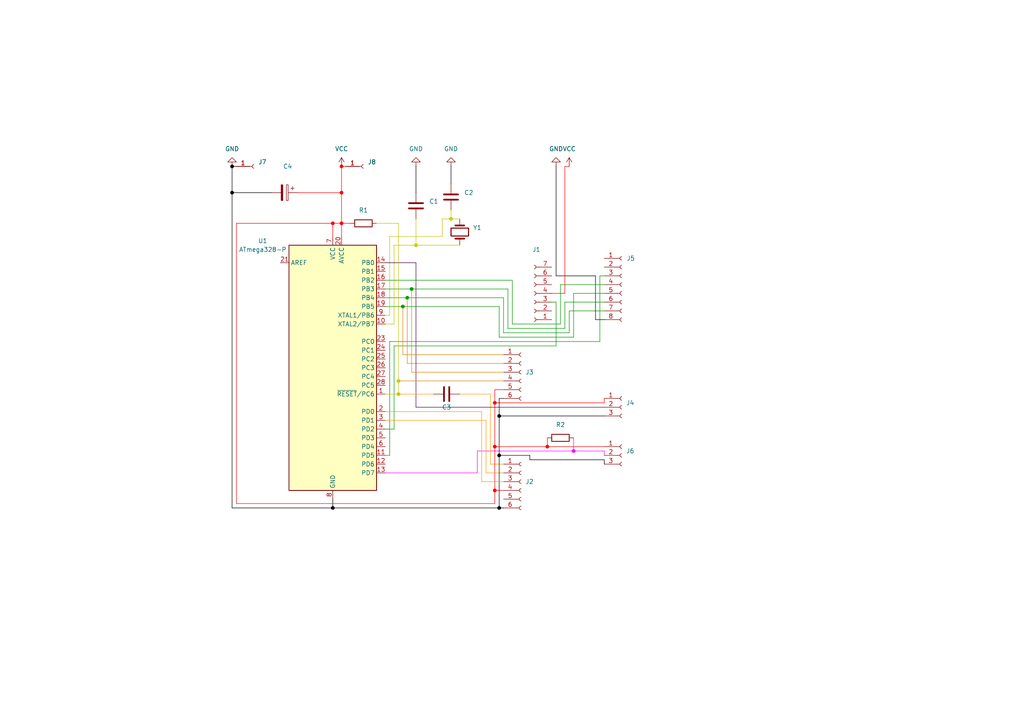
<source format=kicad_sch>
(kicad_sch (version 20211123) (generator eeschema)

  (uuid afd249d3-c2d6-473c-a55b-5bec25aa1800)

  (paper "A4")

  (lib_symbols
    (symbol "Connector:Conn_01x01_Female" (pin_names (offset 1.016) hide) (in_bom yes) (on_board yes)
      (property "Reference" "J" (id 0) (at 0 2.54 0)
        (effects (font (size 1.27 1.27)))
      )
      (property "Value" "Conn_01x01_Female" (id 1) (at 0 -2.54 0)
        (effects (font (size 1.27 1.27)))
      )
      (property "Footprint" "" (id 2) (at 0 0 0)
        (effects (font (size 1.27 1.27)) hide)
      )
      (property "Datasheet" "~" (id 3) (at 0 0 0)
        (effects (font (size 1.27 1.27)) hide)
      )
      (property "ki_keywords" "connector" (id 4) (at 0 0 0)
        (effects (font (size 1.27 1.27)) hide)
      )
      (property "ki_description" "Generic connector, single row, 01x01, script generated (kicad-library-utils/schlib/autogen/connector/)" (id 5) (at 0 0 0)
        (effects (font (size 1.27 1.27)) hide)
      )
      (property "ki_fp_filters" "Connector*:*" (id 6) (at 0 0 0)
        (effects (font (size 1.27 1.27)) hide)
      )
      (symbol "Conn_01x01_Female_1_1"
        (polyline
          (pts
            (xy -1.27 0)
            (xy -0.508 0)
          )
          (stroke (width 0.1524) (type default) (color 0 0 0 0))
          (fill (type none))
        )
        (arc (start 0 0.508) (mid -0.508 0) (end 0 -0.508)
          (stroke (width 0.1524) (type default) (color 0 0 0 0))
          (fill (type none))
        )
        (pin passive line (at -5.08 0 0) (length 3.81)
          (name "Pin_1" (effects (font (size 1.27 1.27))))
          (number "1" (effects (font (size 1.27 1.27))))
        )
      )
    )
    (symbol "Connector:Conn_01x03_Female" (pin_names (offset 1.016) hide) (in_bom yes) (on_board yes)
      (property "Reference" "J" (id 0) (at 0 5.08 0)
        (effects (font (size 1.27 1.27)))
      )
      (property "Value" "Conn_01x03_Female" (id 1) (at 0 -5.08 0)
        (effects (font (size 1.27 1.27)))
      )
      (property "Footprint" "" (id 2) (at 0 0 0)
        (effects (font (size 1.27 1.27)) hide)
      )
      (property "Datasheet" "~" (id 3) (at 0 0 0)
        (effects (font (size 1.27 1.27)) hide)
      )
      (property "ki_keywords" "connector" (id 4) (at 0 0 0)
        (effects (font (size 1.27 1.27)) hide)
      )
      (property "ki_description" "Generic connector, single row, 01x03, script generated (kicad-library-utils/schlib/autogen/connector/)" (id 5) (at 0 0 0)
        (effects (font (size 1.27 1.27)) hide)
      )
      (property "ki_fp_filters" "Connector*:*_1x??_*" (id 6) (at 0 0 0)
        (effects (font (size 1.27 1.27)) hide)
      )
      (symbol "Conn_01x03_Female_1_1"
        (arc (start 0 -2.032) (mid -0.508 -2.54) (end 0 -3.048)
          (stroke (width 0.1524) (type default) (color 0 0 0 0))
          (fill (type none))
        )
        (polyline
          (pts
            (xy -1.27 -2.54)
            (xy -0.508 -2.54)
          )
          (stroke (width 0.1524) (type default) (color 0 0 0 0))
          (fill (type none))
        )
        (polyline
          (pts
            (xy -1.27 0)
            (xy -0.508 0)
          )
          (stroke (width 0.1524) (type default) (color 0 0 0 0))
          (fill (type none))
        )
        (polyline
          (pts
            (xy -1.27 2.54)
            (xy -0.508 2.54)
          )
          (stroke (width 0.1524) (type default) (color 0 0 0 0))
          (fill (type none))
        )
        (arc (start 0 0.508) (mid -0.508 0) (end 0 -0.508)
          (stroke (width 0.1524) (type default) (color 0 0 0 0))
          (fill (type none))
        )
        (arc (start 0 3.048) (mid -0.508 2.54) (end 0 2.032)
          (stroke (width 0.1524) (type default) (color 0 0 0 0))
          (fill (type none))
        )
        (pin passive line (at -5.08 2.54 0) (length 3.81)
          (name "Pin_1" (effects (font (size 1.27 1.27))))
          (number "1" (effects (font (size 1.27 1.27))))
        )
        (pin passive line (at -5.08 0 0) (length 3.81)
          (name "Pin_2" (effects (font (size 1.27 1.27))))
          (number "2" (effects (font (size 1.27 1.27))))
        )
        (pin passive line (at -5.08 -2.54 0) (length 3.81)
          (name "Pin_3" (effects (font (size 1.27 1.27))))
          (number "3" (effects (font (size 1.27 1.27))))
        )
      )
    )
    (symbol "Connector:Conn_01x06_Female" (pin_names (offset 1.016) hide) (in_bom yes) (on_board yes)
      (property "Reference" "J" (id 0) (at 0 7.62 0)
        (effects (font (size 1.27 1.27)))
      )
      (property "Value" "Conn_01x06_Female" (id 1) (at 0 -10.16 0)
        (effects (font (size 1.27 1.27)))
      )
      (property "Footprint" "" (id 2) (at 0 0 0)
        (effects (font (size 1.27 1.27)) hide)
      )
      (property "Datasheet" "~" (id 3) (at 0 0 0)
        (effects (font (size 1.27 1.27)) hide)
      )
      (property "ki_keywords" "connector" (id 4) (at 0 0 0)
        (effects (font (size 1.27 1.27)) hide)
      )
      (property "ki_description" "Generic connector, single row, 01x06, script generated (kicad-library-utils/schlib/autogen/connector/)" (id 5) (at 0 0 0)
        (effects (font (size 1.27 1.27)) hide)
      )
      (property "ki_fp_filters" "Connector*:*_1x??_*" (id 6) (at 0 0 0)
        (effects (font (size 1.27 1.27)) hide)
      )
      (symbol "Conn_01x06_Female_1_1"
        (arc (start 0 -7.112) (mid -0.508 -7.62) (end 0 -8.128)
          (stroke (width 0.1524) (type default) (color 0 0 0 0))
          (fill (type none))
        )
        (arc (start 0 -4.572) (mid -0.508 -5.08) (end 0 -5.588)
          (stroke (width 0.1524) (type default) (color 0 0 0 0))
          (fill (type none))
        )
        (arc (start 0 -2.032) (mid -0.508 -2.54) (end 0 -3.048)
          (stroke (width 0.1524) (type default) (color 0 0 0 0))
          (fill (type none))
        )
        (polyline
          (pts
            (xy -1.27 -7.62)
            (xy -0.508 -7.62)
          )
          (stroke (width 0.1524) (type default) (color 0 0 0 0))
          (fill (type none))
        )
        (polyline
          (pts
            (xy -1.27 -5.08)
            (xy -0.508 -5.08)
          )
          (stroke (width 0.1524) (type default) (color 0 0 0 0))
          (fill (type none))
        )
        (polyline
          (pts
            (xy -1.27 -2.54)
            (xy -0.508 -2.54)
          )
          (stroke (width 0.1524) (type default) (color 0 0 0 0))
          (fill (type none))
        )
        (polyline
          (pts
            (xy -1.27 0)
            (xy -0.508 0)
          )
          (stroke (width 0.1524) (type default) (color 0 0 0 0))
          (fill (type none))
        )
        (polyline
          (pts
            (xy -1.27 2.54)
            (xy -0.508 2.54)
          )
          (stroke (width 0.1524) (type default) (color 0 0 0 0))
          (fill (type none))
        )
        (polyline
          (pts
            (xy -1.27 5.08)
            (xy -0.508 5.08)
          )
          (stroke (width 0.1524) (type default) (color 0 0 0 0))
          (fill (type none))
        )
        (arc (start 0 0.508) (mid -0.508 0) (end 0 -0.508)
          (stroke (width 0.1524) (type default) (color 0 0 0 0))
          (fill (type none))
        )
        (arc (start 0 3.048) (mid -0.508 2.54) (end 0 2.032)
          (stroke (width 0.1524) (type default) (color 0 0 0 0))
          (fill (type none))
        )
        (arc (start 0 5.588) (mid -0.508 5.08) (end 0 4.572)
          (stroke (width 0.1524) (type default) (color 0 0 0 0))
          (fill (type none))
        )
        (pin passive line (at -5.08 5.08 0) (length 3.81)
          (name "Pin_1" (effects (font (size 1.27 1.27))))
          (number "1" (effects (font (size 1.27 1.27))))
        )
        (pin passive line (at -5.08 2.54 0) (length 3.81)
          (name "Pin_2" (effects (font (size 1.27 1.27))))
          (number "2" (effects (font (size 1.27 1.27))))
        )
        (pin passive line (at -5.08 0 0) (length 3.81)
          (name "Pin_3" (effects (font (size 1.27 1.27))))
          (number "3" (effects (font (size 1.27 1.27))))
        )
        (pin passive line (at -5.08 -2.54 0) (length 3.81)
          (name "Pin_4" (effects (font (size 1.27 1.27))))
          (number "4" (effects (font (size 1.27 1.27))))
        )
        (pin passive line (at -5.08 -5.08 0) (length 3.81)
          (name "Pin_5" (effects (font (size 1.27 1.27))))
          (number "5" (effects (font (size 1.27 1.27))))
        )
        (pin passive line (at -5.08 -7.62 0) (length 3.81)
          (name "Pin_6" (effects (font (size 1.27 1.27))))
          (number "6" (effects (font (size 1.27 1.27))))
        )
      )
    )
    (symbol "Connector:Conn_01x07_Female" (pin_names (offset 1.016) hide) (in_bom yes) (on_board yes)
      (property "Reference" "J" (id 0) (at 0 10.16 0)
        (effects (font (size 1.27 1.27)))
      )
      (property "Value" "Conn_01x07_Female" (id 1) (at 0 -10.16 0)
        (effects (font (size 1.27 1.27)))
      )
      (property "Footprint" "" (id 2) (at 0 0 0)
        (effects (font (size 1.27 1.27)) hide)
      )
      (property "Datasheet" "~" (id 3) (at 0 0 0)
        (effects (font (size 1.27 1.27)) hide)
      )
      (property "ki_keywords" "connector" (id 4) (at 0 0 0)
        (effects (font (size 1.27 1.27)) hide)
      )
      (property "ki_description" "Generic connector, single row, 01x07, script generated (kicad-library-utils/schlib/autogen/connector/)" (id 5) (at 0 0 0)
        (effects (font (size 1.27 1.27)) hide)
      )
      (property "ki_fp_filters" "Connector*:*_1x??_*" (id 6) (at 0 0 0)
        (effects (font (size 1.27 1.27)) hide)
      )
      (symbol "Conn_01x07_Female_1_1"
        (arc (start 0 -7.112) (mid -0.508 -7.62) (end 0 -8.128)
          (stroke (width 0.1524) (type default) (color 0 0 0 0))
          (fill (type none))
        )
        (arc (start 0 -4.572) (mid -0.508 -5.08) (end 0 -5.588)
          (stroke (width 0.1524) (type default) (color 0 0 0 0))
          (fill (type none))
        )
        (arc (start 0 -2.032) (mid -0.508 -2.54) (end 0 -3.048)
          (stroke (width 0.1524) (type default) (color 0 0 0 0))
          (fill (type none))
        )
        (polyline
          (pts
            (xy -1.27 -7.62)
            (xy -0.508 -7.62)
          )
          (stroke (width 0.1524) (type default) (color 0 0 0 0))
          (fill (type none))
        )
        (polyline
          (pts
            (xy -1.27 -5.08)
            (xy -0.508 -5.08)
          )
          (stroke (width 0.1524) (type default) (color 0 0 0 0))
          (fill (type none))
        )
        (polyline
          (pts
            (xy -1.27 -2.54)
            (xy -0.508 -2.54)
          )
          (stroke (width 0.1524) (type default) (color 0 0 0 0))
          (fill (type none))
        )
        (polyline
          (pts
            (xy -1.27 0)
            (xy -0.508 0)
          )
          (stroke (width 0.1524) (type default) (color 0 0 0 0))
          (fill (type none))
        )
        (polyline
          (pts
            (xy -1.27 2.54)
            (xy -0.508 2.54)
          )
          (stroke (width 0.1524) (type default) (color 0 0 0 0))
          (fill (type none))
        )
        (polyline
          (pts
            (xy -1.27 5.08)
            (xy -0.508 5.08)
          )
          (stroke (width 0.1524) (type default) (color 0 0 0 0))
          (fill (type none))
        )
        (polyline
          (pts
            (xy -1.27 7.62)
            (xy -0.508 7.62)
          )
          (stroke (width 0.1524) (type default) (color 0 0 0 0))
          (fill (type none))
        )
        (arc (start 0 0.508) (mid -0.508 0) (end 0 -0.508)
          (stroke (width 0.1524) (type default) (color 0 0 0 0))
          (fill (type none))
        )
        (arc (start 0 3.048) (mid -0.508 2.54) (end 0 2.032)
          (stroke (width 0.1524) (type default) (color 0 0 0 0))
          (fill (type none))
        )
        (arc (start 0 5.588) (mid -0.508 5.08) (end 0 4.572)
          (stroke (width 0.1524) (type default) (color 0 0 0 0))
          (fill (type none))
        )
        (arc (start 0 8.128) (mid -0.508 7.62) (end 0 7.112)
          (stroke (width 0.1524) (type default) (color 0 0 0 0))
          (fill (type none))
        )
        (pin passive line (at -5.08 7.62 0) (length 3.81)
          (name "Pin_1" (effects (font (size 1.27 1.27))))
          (number "1" (effects (font (size 1.27 1.27))))
        )
        (pin passive line (at -5.08 5.08 0) (length 3.81)
          (name "Pin_2" (effects (font (size 1.27 1.27))))
          (number "2" (effects (font (size 1.27 1.27))))
        )
        (pin passive line (at -5.08 2.54 0) (length 3.81)
          (name "Pin_3" (effects (font (size 1.27 1.27))))
          (number "3" (effects (font (size 1.27 1.27))))
        )
        (pin passive line (at -5.08 0 0) (length 3.81)
          (name "Pin_4" (effects (font (size 1.27 1.27))))
          (number "4" (effects (font (size 1.27 1.27))))
        )
        (pin passive line (at -5.08 -2.54 0) (length 3.81)
          (name "Pin_5" (effects (font (size 1.27 1.27))))
          (number "5" (effects (font (size 1.27 1.27))))
        )
        (pin passive line (at -5.08 -5.08 0) (length 3.81)
          (name "Pin_6" (effects (font (size 1.27 1.27))))
          (number "6" (effects (font (size 1.27 1.27))))
        )
        (pin passive line (at -5.08 -7.62 0) (length 3.81)
          (name "Pin_7" (effects (font (size 1.27 1.27))))
          (number "7" (effects (font (size 1.27 1.27))))
        )
      )
    )
    (symbol "Connector:Conn_01x08_Female" (pin_names (offset 1.016) hide) (in_bom yes) (on_board yes)
      (property "Reference" "J" (id 0) (at 0 10.16 0)
        (effects (font (size 1.27 1.27)))
      )
      (property "Value" "Conn_01x08_Female" (id 1) (at 0 -12.7 0)
        (effects (font (size 1.27 1.27)))
      )
      (property "Footprint" "" (id 2) (at 0 0 0)
        (effects (font (size 1.27 1.27)) hide)
      )
      (property "Datasheet" "~" (id 3) (at 0 0 0)
        (effects (font (size 1.27 1.27)) hide)
      )
      (property "ki_keywords" "connector" (id 4) (at 0 0 0)
        (effects (font (size 1.27 1.27)) hide)
      )
      (property "ki_description" "Generic connector, single row, 01x08, script generated (kicad-library-utils/schlib/autogen/connector/)" (id 5) (at 0 0 0)
        (effects (font (size 1.27 1.27)) hide)
      )
      (property "ki_fp_filters" "Connector*:*_1x??_*" (id 6) (at 0 0 0)
        (effects (font (size 1.27 1.27)) hide)
      )
      (symbol "Conn_01x08_Female_1_1"
        (arc (start 0 -9.652) (mid -0.508 -10.16) (end 0 -10.668)
          (stroke (width 0.1524) (type default) (color 0 0 0 0))
          (fill (type none))
        )
        (arc (start 0 -7.112) (mid -0.508 -7.62) (end 0 -8.128)
          (stroke (width 0.1524) (type default) (color 0 0 0 0))
          (fill (type none))
        )
        (arc (start 0 -4.572) (mid -0.508 -5.08) (end 0 -5.588)
          (stroke (width 0.1524) (type default) (color 0 0 0 0))
          (fill (type none))
        )
        (arc (start 0 -2.032) (mid -0.508 -2.54) (end 0 -3.048)
          (stroke (width 0.1524) (type default) (color 0 0 0 0))
          (fill (type none))
        )
        (polyline
          (pts
            (xy -1.27 -10.16)
            (xy -0.508 -10.16)
          )
          (stroke (width 0.1524) (type default) (color 0 0 0 0))
          (fill (type none))
        )
        (polyline
          (pts
            (xy -1.27 -7.62)
            (xy -0.508 -7.62)
          )
          (stroke (width 0.1524) (type default) (color 0 0 0 0))
          (fill (type none))
        )
        (polyline
          (pts
            (xy -1.27 -5.08)
            (xy -0.508 -5.08)
          )
          (stroke (width 0.1524) (type default) (color 0 0 0 0))
          (fill (type none))
        )
        (polyline
          (pts
            (xy -1.27 -2.54)
            (xy -0.508 -2.54)
          )
          (stroke (width 0.1524) (type default) (color 0 0 0 0))
          (fill (type none))
        )
        (polyline
          (pts
            (xy -1.27 0)
            (xy -0.508 0)
          )
          (stroke (width 0.1524) (type default) (color 0 0 0 0))
          (fill (type none))
        )
        (polyline
          (pts
            (xy -1.27 2.54)
            (xy -0.508 2.54)
          )
          (stroke (width 0.1524) (type default) (color 0 0 0 0))
          (fill (type none))
        )
        (polyline
          (pts
            (xy -1.27 5.08)
            (xy -0.508 5.08)
          )
          (stroke (width 0.1524) (type default) (color 0 0 0 0))
          (fill (type none))
        )
        (polyline
          (pts
            (xy -1.27 7.62)
            (xy -0.508 7.62)
          )
          (stroke (width 0.1524) (type default) (color 0 0 0 0))
          (fill (type none))
        )
        (arc (start 0 0.508) (mid -0.508 0) (end 0 -0.508)
          (stroke (width 0.1524) (type default) (color 0 0 0 0))
          (fill (type none))
        )
        (arc (start 0 3.048) (mid -0.508 2.54) (end 0 2.032)
          (stroke (width 0.1524) (type default) (color 0 0 0 0))
          (fill (type none))
        )
        (arc (start 0 5.588) (mid -0.508 5.08) (end 0 4.572)
          (stroke (width 0.1524) (type default) (color 0 0 0 0))
          (fill (type none))
        )
        (arc (start 0 8.128) (mid -0.508 7.62) (end 0 7.112)
          (stroke (width 0.1524) (type default) (color 0 0 0 0))
          (fill (type none))
        )
        (pin passive line (at -5.08 7.62 0) (length 3.81)
          (name "Pin_1" (effects (font (size 1.27 1.27))))
          (number "1" (effects (font (size 1.27 1.27))))
        )
        (pin passive line (at -5.08 5.08 0) (length 3.81)
          (name "Pin_2" (effects (font (size 1.27 1.27))))
          (number "2" (effects (font (size 1.27 1.27))))
        )
        (pin passive line (at -5.08 2.54 0) (length 3.81)
          (name "Pin_3" (effects (font (size 1.27 1.27))))
          (number "3" (effects (font (size 1.27 1.27))))
        )
        (pin passive line (at -5.08 0 0) (length 3.81)
          (name "Pin_4" (effects (font (size 1.27 1.27))))
          (number "4" (effects (font (size 1.27 1.27))))
        )
        (pin passive line (at -5.08 -2.54 0) (length 3.81)
          (name "Pin_5" (effects (font (size 1.27 1.27))))
          (number "5" (effects (font (size 1.27 1.27))))
        )
        (pin passive line (at -5.08 -5.08 0) (length 3.81)
          (name "Pin_6" (effects (font (size 1.27 1.27))))
          (number "6" (effects (font (size 1.27 1.27))))
        )
        (pin passive line (at -5.08 -7.62 0) (length 3.81)
          (name "Pin_7" (effects (font (size 1.27 1.27))))
          (number "7" (effects (font (size 1.27 1.27))))
        )
        (pin passive line (at -5.08 -10.16 0) (length 3.81)
          (name "Pin_8" (effects (font (size 1.27 1.27))))
          (number "8" (effects (font (size 1.27 1.27))))
        )
      )
    )
    (symbol "Device:C" (pin_numbers hide) (pin_names (offset 0.254)) (in_bom yes) (on_board yes)
      (property "Reference" "C" (id 0) (at 0.635 2.54 0)
        (effects (font (size 1.27 1.27)) (justify left))
      )
      (property "Value" "C" (id 1) (at 0.635 -2.54 0)
        (effects (font (size 1.27 1.27)) (justify left))
      )
      (property "Footprint" "" (id 2) (at 0.9652 -3.81 0)
        (effects (font (size 1.27 1.27)) hide)
      )
      (property "Datasheet" "~" (id 3) (at 0 0 0)
        (effects (font (size 1.27 1.27)) hide)
      )
      (property "ki_keywords" "cap capacitor" (id 4) (at 0 0 0)
        (effects (font (size 1.27 1.27)) hide)
      )
      (property "ki_description" "Unpolarized capacitor" (id 5) (at 0 0 0)
        (effects (font (size 1.27 1.27)) hide)
      )
      (property "ki_fp_filters" "C_*" (id 6) (at 0 0 0)
        (effects (font (size 1.27 1.27)) hide)
      )
      (symbol "C_0_1"
        (polyline
          (pts
            (xy -2.032 -0.762)
            (xy 2.032 -0.762)
          )
          (stroke (width 0.508) (type default) (color 0 0 0 0))
          (fill (type none))
        )
        (polyline
          (pts
            (xy -2.032 0.762)
            (xy 2.032 0.762)
          )
          (stroke (width 0.508) (type default) (color 0 0 0 0))
          (fill (type none))
        )
      )
      (symbol "C_1_1"
        (pin passive line (at 0 3.81 270) (length 2.794)
          (name "~" (effects (font (size 1.27 1.27))))
          (number "1" (effects (font (size 1.27 1.27))))
        )
        (pin passive line (at 0 -3.81 90) (length 2.794)
          (name "~" (effects (font (size 1.27 1.27))))
          (number "2" (effects (font (size 1.27 1.27))))
        )
      )
    )
    (symbol "Device:C_Polarized" (pin_numbers hide) (pin_names (offset 0.254)) (in_bom yes) (on_board yes)
      (property "Reference" "C" (id 0) (at 0.635 2.54 0)
        (effects (font (size 1.27 1.27)) (justify left))
      )
      (property "Value" "C_Polarized" (id 1) (at 0.635 -2.54 0)
        (effects (font (size 1.27 1.27)) (justify left))
      )
      (property "Footprint" "" (id 2) (at 0.9652 -3.81 0)
        (effects (font (size 1.27 1.27)) hide)
      )
      (property "Datasheet" "~" (id 3) (at 0 0 0)
        (effects (font (size 1.27 1.27)) hide)
      )
      (property "ki_keywords" "cap capacitor" (id 4) (at 0 0 0)
        (effects (font (size 1.27 1.27)) hide)
      )
      (property "ki_description" "Polarized capacitor" (id 5) (at 0 0 0)
        (effects (font (size 1.27 1.27)) hide)
      )
      (property "ki_fp_filters" "CP_*" (id 6) (at 0 0 0)
        (effects (font (size 1.27 1.27)) hide)
      )
      (symbol "C_Polarized_0_1"
        (rectangle (start -2.286 0.508) (end 2.286 1.016)
          (stroke (width 0) (type default) (color 0 0 0 0))
          (fill (type none))
        )
        (polyline
          (pts
            (xy -1.778 2.286)
            (xy -0.762 2.286)
          )
          (stroke (width 0) (type default) (color 0 0 0 0))
          (fill (type none))
        )
        (polyline
          (pts
            (xy -1.27 2.794)
            (xy -1.27 1.778)
          )
          (stroke (width 0) (type default) (color 0 0 0 0))
          (fill (type none))
        )
        (rectangle (start 2.286 -0.508) (end -2.286 -1.016)
          (stroke (width 0) (type default) (color 0 0 0 0))
          (fill (type outline))
        )
      )
      (symbol "C_Polarized_1_1"
        (pin passive line (at 0 3.81 270) (length 2.794)
          (name "~" (effects (font (size 1.27 1.27))))
          (number "1" (effects (font (size 1.27 1.27))))
        )
        (pin passive line (at 0 -3.81 90) (length 2.794)
          (name "~" (effects (font (size 1.27 1.27))))
          (number "2" (effects (font (size 1.27 1.27))))
        )
      )
    )
    (symbol "Device:Crystal" (pin_numbers hide) (pin_names (offset 1.016) hide) (in_bom yes) (on_board yes)
      (property "Reference" "Y" (id 0) (at 0 3.81 0)
        (effects (font (size 1.27 1.27)))
      )
      (property "Value" "Crystal" (id 1) (at 0 -3.81 0)
        (effects (font (size 1.27 1.27)))
      )
      (property "Footprint" "" (id 2) (at 0 0 0)
        (effects (font (size 1.27 1.27)) hide)
      )
      (property "Datasheet" "~" (id 3) (at 0 0 0)
        (effects (font (size 1.27 1.27)) hide)
      )
      (property "ki_keywords" "quartz ceramic resonator oscillator" (id 4) (at 0 0 0)
        (effects (font (size 1.27 1.27)) hide)
      )
      (property "ki_description" "Two pin crystal" (id 5) (at 0 0 0)
        (effects (font (size 1.27 1.27)) hide)
      )
      (property "ki_fp_filters" "Crystal*" (id 6) (at 0 0 0)
        (effects (font (size 1.27 1.27)) hide)
      )
      (symbol "Crystal_0_1"
        (rectangle (start -1.143 2.54) (end 1.143 -2.54)
          (stroke (width 0.3048) (type default) (color 0 0 0 0))
          (fill (type none))
        )
        (polyline
          (pts
            (xy -2.54 0)
            (xy -1.905 0)
          )
          (stroke (width 0) (type default) (color 0 0 0 0))
          (fill (type none))
        )
        (polyline
          (pts
            (xy -1.905 -1.27)
            (xy -1.905 1.27)
          )
          (stroke (width 0.508) (type default) (color 0 0 0 0))
          (fill (type none))
        )
        (polyline
          (pts
            (xy 1.905 -1.27)
            (xy 1.905 1.27)
          )
          (stroke (width 0.508) (type default) (color 0 0 0 0))
          (fill (type none))
        )
        (polyline
          (pts
            (xy 2.54 0)
            (xy 1.905 0)
          )
          (stroke (width 0) (type default) (color 0 0 0 0))
          (fill (type none))
        )
      )
      (symbol "Crystal_1_1"
        (pin passive line (at -3.81 0 0) (length 1.27)
          (name "1" (effects (font (size 1.27 1.27))))
          (number "1" (effects (font (size 1.27 1.27))))
        )
        (pin passive line (at 3.81 0 180) (length 1.27)
          (name "2" (effects (font (size 1.27 1.27))))
          (number "2" (effects (font (size 1.27 1.27))))
        )
      )
    )
    (symbol "Device:R" (pin_numbers hide) (pin_names (offset 0)) (in_bom yes) (on_board yes)
      (property "Reference" "R" (id 0) (at 2.032 0 90)
        (effects (font (size 1.27 1.27)))
      )
      (property "Value" "R" (id 1) (at 0 0 90)
        (effects (font (size 1.27 1.27)))
      )
      (property "Footprint" "" (id 2) (at -1.778 0 90)
        (effects (font (size 1.27 1.27)) hide)
      )
      (property "Datasheet" "~" (id 3) (at 0 0 0)
        (effects (font (size 1.27 1.27)) hide)
      )
      (property "ki_keywords" "R res resistor" (id 4) (at 0 0 0)
        (effects (font (size 1.27 1.27)) hide)
      )
      (property "ki_description" "Resistor" (id 5) (at 0 0 0)
        (effects (font (size 1.27 1.27)) hide)
      )
      (property "ki_fp_filters" "R_*" (id 6) (at 0 0 0)
        (effects (font (size 1.27 1.27)) hide)
      )
      (symbol "R_0_1"
        (rectangle (start -1.016 -2.54) (end 1.016 2.54)
          (stroke (width 0.254) (type default) (color 0 0 0 0))
          (fill (type none))
        )
      )
      (symbol "R_1_1"
        (pin passive line (at 0 3.81 270) (length 1.27)
          (name "~" (effects (font (size 1.27 1.27))))
          (number "1" (effects (font (size 1.27 1.27))))
        )
        (pin passive line (at 0 -3.81 90) (length 1.27)
          (name "~" (effects (font (size 1.27 1.27))))
          (number "2" (effects (font (size 1.27 1.27))))
        )
      )
    )
    (symbol "MCU_Microchip_ATmega:ATmega328-P" (in_bom yes) (on_board yes)
      (property "Reference" "U" (id 0) (at -12.7 36.83 0)
        (effects (font (size 1.27 1.27)) (justify left bottom))
      )
      (property "Value" "ATmega328-P" (id 1) (at 2.54 -36.83 0)
        (effects (font (size 1.27 1.27)) (justify left top))
      )
      (property "Footprint" "Package_DIP:DIP-28_W7.62mm" (id 2) (at 0 0 0)
        (effects (font (size 1.27 1.27) italic) hide)
      )
      (property "Datasheet" "http://ww1.microchip.com/downloads/en/DeviceDoc/ATmega328_P%20AVR%20MCU%20with%20picoPower%20Technology%20Data%20Sheet%2040001984A.pdf" (id 3) (at 0 0 0)
        (effects (font (size 1.27 1.27)) hide)
      )
      (property "ki_keywords" "AVR 8bit Microcontroller MegaAVR" (id 4) (at 0 0 0)
        (effects (font (size 1.27 1.27)) hide)
      )
      (property "ki_description" "20MHz, 32kB Flash, 2kB SRAM, 1kB EEPROM, DIP-28" (id 5) (at 0 0 0)
        (effects (font (size 1.27 1.27)) hide)
      )
      (property "ki_fp_filters" "DIP*W7.62mm*" (id 6) (at 0 0 0)
        (effects (font (size 1.27 1.27)) hide)
      )
      (symbol "ATmega328-P_0_1"
        (rectangle (start -12.7 -35.56) (end 12.7 35.56)
          (stroke (width 0.254) (type default) (color 0 0 0 0))
          (fill (type background))
        )
      )
      (symbol "ATmega328-P_1_1"
        (pin bidirectional line (at 15.24 -7.62 180) (length 2.54)
          (name "~{RESET}/PC6" (effects (font (size 1.27 1.27))))
          (number "1" (effects (font (size 1.27 1.27))))
        )
        (pin bidirectional line (at 15.24 12.7 180) (length 2.54)
          (name "XTAL2/PB7" (effects (font (size 1.27 1.27))))
          (number "10" (effects (font (size 1.27 1.27))))
        )
        (pin bidirectional line (at 15.24 -25.4 180) (length 2.54)
          (name "PD5" (effects (font (size 1.27 1.27))))
          (number "11" (effects (font (size 1.27 1.27))))
        )
        (pin bidirectional line (at 15.24 -27.94 180) (length 2.54)
          (name "PD6" (effects (font (size 1.27 1.27))))
          (number "12" (effects (font (size 1.27 1.27))))
        )
        (pin bidirectional line (at 15.24 -30.48 180) (length 2.54)
          (name "PD7" (effects (font (size 1.27 1.27))))
          (number "13" (effects (font (size 1.27 1.27))))
        )
        (pin bidirectional line (at 15.24 30.48 180) (length 2.54)
          (name "PB0" (effects (font (size 1.27 1.27))))
          (number "14" (effects (font (size 1.27 1.27))))
        )
        (pin bidirectional line (at 15.24 27.94 180) (length 2.54)
          (name "PB1" (effects (font (size 1.27 1.27))))
          (number "15" (effects (font (size 1.27 1.27))))
        )
        (pin bidirectional line (at 15.24 25.4 180) (length 2.54)
          (name "PB2" (effects (font (size 1.27 1.27))))
          (number "16" (effects (font (size 1.27 1.27))))
        )
        (pin bidirectional line (at 15.24 22.86 180) (length 2.54)
          (name "PB3" (effects (font (size 1.27 1.27))))
          (number "17" (effects (font (size 1.27 1.27))))
        )
        (pin bidirectional line (at 15.24 20.32 180) (length 2.54)
          (name "PB4" (effects (font (size 1.27 1.27))))
          (number "18" (effects (font (size 1.27 1.27))))
        )
        (pin bidirectional line (at 15.24 17.78 180) (length 2.54)
          (name "PB5" (effects (font (size 1.27 1.27))))
          (number "19" (effects (font (size 1.27 1.27))))
        )
        (pin bidirectional line (at 15.24 -12.7 180) (length 2.54)
          (name "PD0" (effects (font (size 1.27 1.27))))
          (number "2" (effects (font (size 1.27 1.27))))
        )
        (pin power_in line (at 2.54 38.1 270) (length 2.54)
          (name "AVCC" (effects (font (size 1.27 1.27))))
          (number "20" (effects (font (size 1.27 1.27))))
        )
        (pin passive line (at -15.24 30.48 0) (length 2.54)
          (name "AREF" (effects (font (size 1.27 1.27))))
          (number "21" (effects (font (size 1.27 1.27))))
        )
        (pin passive line (at 0 -38.1 90) (length 2.54) hide
          (name "GND" (effects (font (size 1.27 1.27))))
          (number "22" (effects (font (size 1.27 1.27))))
        )
        (pin bidirectional line (at 15.24 7.62 180) (length 2.54)
          (name "PC0" (effects (font (size 1.27 1.27))))
          (number "23" (effects (font (size 1.27 1.27))))
        )
        (pin bidirectional line (at 15.24 5.08 180) (length 2.54)
          (name "PC1" (effects (font (size 1.27 1.27))))
          (number "24" (effects (font (size 1.27 1.27))))
        )
        (pin bidirectional line (at 15.24 2.54 180) (length 2.54)
          (name "PC2" (effects (font (size 1.27 1.27))))
          (number "25" (effects (font (size 1.27 1.27))))
        )
        (pin bidirectional line (at 15.24 0 180) (length 2.54)
          (name "PC3" (effects (font (size 1.27 1.27))))
          (number "26" (effects (font (size 1.27 1.27))))
        )
        (pin bidirectional line (at 15.24 -2.54 180) (length 2.54)
          (name "PC4" (effects (font (size 1.27 1.27))))
          (number "27" (effects (font (size 1.27 1.27))))
        )
        (pin bidirectional line (at 15.24 -5.08 180) (length 2.54)
          (name "PC5" (effects (font (size 1.27 1.27))))
          (number "28" (effects (font (size 1.27 1.27))))
        )
        (pin bidirectional line (at 15.24 -15.24 180) (length 2.54)
          (name "PD1" (effects (font (size 1.27 1.27))))
          (number "3" (effects (font (size 1.27 1.27))))
        )
        (pin bidirectional line (at 15.24 -17.78 180) (length 2.54)
          (name "PD2" (effects (font (size 1.27 1.27))))
          (number "4" (effects (font (size 1.27 1.27))))
        )
        (pin bidirectional line (at 15.24 -20.32 180) (length 2.54)
          (name "PD3" (effects (font (size 1.27 1.27))))
          (number "5" (effects (font (size 1.27 1.27))))
        )
        (pin bidirectional line (at 15.24 -22.86 180) (length 2.54)
          (name "PD4" (effects (font (size 1.27 1.27))))
          (number "6" (effects (font (size 1.27 1.27))))
        )
        (pin power_in line (at 0 38.1 270) (length 2.54)
          (name "VCC" (effects (font (size 1.27 1.27))))
          (number "7" (effects (font (size 1.27 1.27))))
        )
        (pin power_in line (at 0 -38.1 90) (length 2.54)
          (name "GND" (effects (font (size 1.27 1.27))))
          (number "8" (effects (font (size 1.27 1.27))))
        )
        (pin bidirectional line (at 15.24 15.24 180) (length 2.54)
          (name "XTAL1/PB6" (effects (font (size 1.27 1.27))))
          (number "9" (effects (font (size 1.27 1.27))))
        )
      )
    )
    (symbol "power:GND" (power) (pin_names (offset 0)) (in_bom yes) (on_board yes)
      (property "Reference" "#PWR" (id 0) (at 0 -6.35 0)
        (effects (font (size 1.27 1.27)) hide)
      )
      (property "Value" "GND" (id 1) (at 0 -3.81 0)
        (effects (font (size 1.27 1.27)))
      )
      (property "Footprint" "" (id 2) (at 0 0 0)
        (effects (font (size 1.27 1.27)) hide)
      )
      (property "Datasheet" "" (id 3) (at 0 0 0)
        (effects (font (size 1.27 1.27)) hide)
      )
      (property "ki_keywords" "power-flag" (id 4) (at 0 0 0)
        (effects (font (size 1.27 1.27)) hide)
      )
      (property "ki_description" "Power symbol creates a global label with name \"GND\" , ground" (id 5) (at 0 0 0)
        (effects (font (size 1.27 1.27)) hide)
      )
      (symbol "GND_0_1"
        (polyline
          (pts
            (xy 0 0)
            (xy 0 -1.27)
            (xy 1.27 -1.27)
            (xy 0 -2.54)
            (xy -1.27 -1.27)
            (xy 0 -1.27)
          )
          (stroke (width 0) (type default) (color 0 0 0 0))
          (fill (type none))
        )
      )
      (symbol "GND_1_1"
        (pin power_in line (at 0 0 270) (length 0) hide
          (name "GND" (effects (font (size 1.27 1.27))))
          (number "1" (effects (font (size 1.27 1.27))))
        )
      )
    )
    (symbol "power:VCC" (power) (pin_names (offset 0)) (in_bom yes) (on_board yes)
      (property "Reference" "#PWR" (id 0) (at 0 -3.81 0)
        (effects (font (size 1.27 1.27)) hide)
      )
      (property "Value" "VCC" (id 1) (at 0 3.81 0)
        (effects (font (size 1.27 1.27)))
      )
      (property "Footprint" "" (id 2) (at 0 0 0)
        (effects (font (size 1.27 1.27)) hide)
      )
      (property "Datasheet" "" (id 3) (at 0 0 0)
        (effects (font (size 1.27 1.27)) hide)
      )
      (property "ki_keywords" "power-flag" (id 4) (at 0 0 0)
        (effects (font (size 1.27 1.27)) hide)
      )
      (property "ki_description" "Power symbol creates a global label with name \"VCC\"" (id 5) (at 0 0 0)
        (effects (font (size 1.27 1.27)) hide)
      )
      (symbol "VCC_0_1"
        (polyline
          (pts
            (xy -0.762 1.27)
            (xy 0 2.54)
          )
          (stroke (width 0) (type default) (color 0 0 0 0))
          (fill (type none))
        )
        (polyline
          (pts
            (xy 0 0)
            (xy 0 2.54)
          )
          (stroke (width 0) (type default) (color 0 0 0 0))
          (fill (type none))
        )
        (polyline
          (pts
            (xy 0 2.54)
            (xy 0.762 1.27)
          )
          (stroke (width 0) (type default) (color 0 0 0 0))
          (fill (type none))
        )
      )
      (symbol "VCC_1_1"
        (pin power_in line (at 0 0 90) (length 0) hide
          (name "VCC" (effects (font (size 1.27 1.27))))
          (number "1" (effects (font (size 1.27 1.27))))
        )
      )
    )
  )


  (junction (at 118.11 86.36) (diameter 0) (color 0 0 0 0)
    (uuid 067ce756-ce67-4ea2-afff-0c3daea6c6d1)
  )
  (junction (at 67.31 48.26) (diameter 0) (color 0 0 0 1)
    (uuid 0beb5ba7-46a1-4b3b-9789-151342b2a06c)
  )
  (junction (at 130.81 63.5) (diameter 0) (color 194 194 0 1)
    (uuid 11636416-6f90-4cb4-9fe7-ed081e259f8e)
  )
  (junction (at 143.51 116.84) (diameter 0) (color 255 0 0 1)
    (uuid 13cfead5-d0d7-4f76-aa63-1ba6cc82dde0)
  )
  (junction (at 143.51 129.54) (diameter 0) (color 255 0 0 1)
    (uuid 1af351f6-dfaa-4331-9442-e1ae5fc1f248)
  )
  (junction (at 99.06 64.77) (diameter 0) (color 255 0 0 1)
    (uuid 1b7ac365-6aaf-40ad-ba00-48ebf4ac7a5a)
  )
  (junction (at 99.06 48.26) (diameter 0) (color 255 0 0 1)
    (uuid 2d6960c0-08ba-41b5-aa63-5da7c8cfdab2)
  )
  (junction (at 96.52 64.77) (diameter 0) (color 255 0 0 1)
    (uuid 3291b159-d1c9-4e9b-b903-25a9ff43d9aa)
  )
  (junction (at 119.38 83.82) (diameter 0) (color 0 0 0 0)
    (uuid 3de83be0-2acd-4430-a6c1-615af2e7484b)
  )
  (junction (at 116.84 88.9) (diameter 0) (color 0 0 0 0)
    (uuid 5d6e892b-c479-40ab-a274-1058aaa42dc9)
  )
  (junction (at 120.65 71.12) (diameter 0) (color 194 194 0 1)
    (uuid 5f3df62c-867b-48e3-ade5-6239bb9dc2a1)
  )
  (junction (at 144.78 147.32) (diameter 0) (color 0 0 0 1)
    (uuid 7390ca19-341f-44f8-9af8-8c89a59a3f9f)
  )
  (junction (at 166.37 130.81) (diameter 0) (color 255 0 255 1)
    (uuid a258fa07-7ec1-4bb9-a66c-691ea7edcedf)
  )
  (junction (at 158.75 129.54) (diameter 0) (color 255 0 0 1)
    (uuid a2eef598-6170-4e9a-98d7-84321026a0bd)
  )
  (junction (at 143.51 142.24) (diameter 0) (color 255 0 0 1)
    (uuid aeeac598-82ae-4066-996d-44a41ae6933b)
  )
  (junction (at 96.52 147.32) (diameter 0) (color 0 0 0 1)
    (uuid b3cc1e41-e783-448a-bca6-46887f7eba2b)
  )
  (junction (at 67.31 55.88) (diameter 0) (color 0 0 0 1)
    (uuid c0ff1018-7e86-4f6f-be57-430272ed7e89)
  )
  (junction (at 144.78 120.65) (diameter 0) (color 0 0 0 1)
    (uuid d3baa19f-0774-4546-bf7c-d04f492b162c)
  )
  (junction (at 144.78 132.08) (diameter 0) (color 0 0 0 1)
    (uuid de005745-e434-40ea-b78f-0496693a2b23)
  )
  (junction (at 99.06 55.88) (diameter 0) (color 255 0 0 1)
    (uuid de69d98d-1fe4-4b6c-8686-c97be9b442aa)
  )
  (junction (at 115.57 114.3) (diameter 0) (color 194 194 0 1)
    (uuid ea4076fd-c457-4493-bcd1-9fe072fbab9b)
  )
  (junction (at 115.57 110.49) (diameter 0) (color 194 194 0 1)
    (uuid ea872a48-858a-4581-9e02-9d2a1f04b14d)
  )

  (wire (pts (xy 114.3 71.12) (xy 120.65 71.12))
    (stroke (width 0) (type default) (color 194 194 0 1))
    (uuid 002b3822-89c2-473b-8019-6c82a24132b5)
  )
  (wire (pts (xy 109.22 64.77) (xy 115.57 64.77))
    (stroke (width 0) (type default) (color 194 194 0 1))
    (uuid 015a093b-8c6c-4e92-97e4-1890fe9e0d11)
  )
  (wire (pts (xy 138.43 130.81) (xy 166.37 130.81))
    (stroke (width 0) (type default) (color 255 0 255 1))
    (uuid 01d45ff9-74f7-43a6-a437-92f304e338ad)
  )
  (wire (pts (xy 99.06 64.77) (xy 101.6 64.77))
    (stroke (width 0) (type default) (color 255 0 0 1))
    (uuid 03dfd355-6aa6-4f54-9306-f143ef5cea52)
  )
  (wire (pts (xy 120.65 118.11) (xy 175.26 118.11))
    (stroke (width 0) (type default) (color 72 0 72 1))
    (uuid 0b6abb51-f8eb-4280-997e-32fe343f3046)
  )
  (wire (pts (xy 148.59 81.28) (xy 111.76 81.28))
    (stroke (width 0) (type default) (color 0 0 0 0))
    (uuid 0b8e7771-9c70-4e46-84a9-044465c4c9e3)
  )
  (wire (pts (xy 163.83 87.63) (xy 163.83 95.25))
    (stroke (width 0) (type default) (color 0 0 0 0))
    (uuid 0c2c6948-cc4d-433c-99a5-cf0810f61c70)
  )
  (wire (pts (xy 143.51 142.24) (xy 143.51 146.05))
    (stroke (width 0) (type default) (color 255 0 0 1))
    (uuid 16561a3a-f207-49b7-8d54-ec5e8269af0a)
  )
  (wire (pts (xy 143.51 113.03) (xy 146.05 113.03))
    (stroke (width 0) (type default) (color 255 0 0 1))
    (uuid 181fabc8-5d1e-4043-8fea-8fd31eb8ef07)
  )
  (wire (pts (xy 99.06 64.77) (xy 96.52 64.77))
    (stroke (width 0) (type default) (color 255 0 0 1))
    (uuid 1822b142-d417-49c2-9e43-866d389de7e5)
  )
  (wire (pts (xy 114.3 100.33) (xy 114.3 124.46))
    (stroke (width 0) (type default) (color 0 0 0 0))
    (uuid 1b95cc9b-8b5a-4f79-bafb-7fc80621b74a)
  )
  (wire (pts (xy 120.65 63.5) (xy 120.65 71.12))
    (stroke (width 0) (type default) (color 194 194 0 1))
    (uuid 1e812acc-83a4-453b-8614-69640c42e77c)
  )
  (wire (pts (xy 99.06 68.58) (xy 99.06 64.77))
    (stroke (width 0) (type default) (color 255 0 0 1))
    (uuid 20516b29-6bd6-47cf-9de3-9edaafdc49b0)
  )
  (wire (pts (xy 163.83 87.63) (xy 175.26 87.63))
    (stroke (width 0) (type default) (color 0 0 0 0))
    (uuid 250405fb-2de3-40ef-b727-ef47243848bf)
  )
  (wire (pts (xy 147.32 95.25) (xy 147.32 83.82))
    (stroke (width 0) (type default) (color 0 0 0 0))
    (uuid 26948665-511f-476e-8351-3838157f3ec0)
  )
  (wire (pts (xy 113.03 99.06) (xy 173.99 99.06))
    (stroke (width 0) (type default) (color 0 0 0 0))
    (uuid 271a9b93-316d-42cd-992a-6030f1d942a2)
  )
  (wire (pts (xy 142.24 134.62) (xy 146.05 134.62))
    (stroke (width 0) (type default) (color 255 153 0 1))
    (uuid 274fbe88-688a-4061-b3b6-854582a15937)
  )
  (wire (pts (xy 142.24 134.62) (xy 142.24 114.3))
    (stroke (width 0) (type default) (color 255 153 0 1))
    (uuid 2983b716-5d32-440d-b7d6-ae1df739aa29)
  )
  (wire (pts (xy 148.59 93.98) (xy 148.59 81.28))
    (stroke (width 0) (type default) (color 0 0 0 0))
    (uuid 2e2a95cd-1bcf-49a6-880f-abea90fe1224)
  )
  (wire (pts (xy 172.72 92.71) (xy 175.26 92.71))
    (stroke (width 0) (type default) (color 0 0 0 1))
    (uuid 2e6a5656-530b-48f4-ab9c-ba3041832cf8)
  )
  (wire (pts (xy 163.83 48.26) (xy 165.1 48.26))
    (stroke (width 0) (type default) (color 255 0 0 1))
    (uuid 2e7a2855-e5cb-4368-a275-9e3651ed2bab)
  )
  (wire (pts (xy 162.56 93.98) (xy 162.56 82.55))
    (stroke (width 0) (type default) (color 0 0 0 0))
    (uuid 2e7be3a3-a901-467d-808f-671f16888b0f)
  )
  (wire (pts (xy 111.76 137.16) (xy 138.43 137.16))
    (stroke (width 0) (type default) (color 255 0 255 1))
    (uuid 303ef337-4536-4810-9ac5-6ea8a54c755a)
  )
  (wire (pts (xy 175.26 133.35) (xy 153.67 133.35))
    (stroke (width 0) (type default) (color 0 0 0 1))
    (uuid 363be5eb-485c-4b24-b6f2-792c5b5e207a)
  )
  (wire (pts (xy 99.06 48.26) (xy 99.06 55.88))
    (stroke (width 0) (type default) (color 255 0 0 1))
    (uuid 380e6029-17dd-4092-b40d-70fbcba2d7ea)
  )
  (wire (pts (xy 143.51 142.24) (xy 143.51 129.54))
    (stroke (width 0) (type default) (color 255 0 0 1))
    (uuid 3818b9cf-e3c6-4ef2-9939-5b40f465cd86)
  )
  (wire (pts (xy 114.3 93.98) (xy 111.76 93.98))
    (stroke (width 0) (type default) (color 194 194 0 1))
    (uuid 3896e758-ff20-4309-ab36-3b4b7f336988)
  )
  (wire (pts (xy 162.56 82.55) (xy 175.26 82.55))
    (stroke (width 0) (type default) (color 0 0 0 0))
    (uuid 3b20ad78-49bb-42a9-a694-06cae42a14be)
  )
  (wire (pts (xy 115.57 110.49) (xy 115.57 64.77))
    (stroke (width 0) (type default) (color 194 194 0 1))
    (uuid 3b67000f-f2f9-402b-8afb-d2ce909c6ebd)
  )
  (wire (pts (xy 148.59 93.98) (xy 162.56 93.98))
    (stroke (width 0) (type default) (color 0 0 0 0))
    (uuid 3e10a933-4b10-456b-9aee-deade17e6a5c)
  )
  (wire (pts (xy 116.84 88.9) (xy 111.76 88.9))
    (stroke (width 0) (type default) (color 0 0 0 0))
    (uuid 3e4e996a-56d6-4e80-b541-f5fe0ef54878)
  )
  (wire (pts (xy 166.37 130.81) (xy 175.26 130.81))
    (stroke (width 0) (type default) (color 255 0 255 1))
    (uuid 405a3a3a-ad04-4858-91a8-c6d6dcf98069)
  )
  (wire (pts (xy 143.51 129.54) (xy 143.51 116.84))
    (stroke (width 0) (type default) (color 255 0 0 1))
    (uuid 475c100f-a198-4eb3-9350-add95f203fdd)
  )
  (wire (pts (xy 86.36 55.88) (xy 99.06 55.88))
    (stroke (width 0) (type default) (color 255 0 0 1))
    (uuid 49043967-f647-445c-a004-69e3968c2496)
  )
  (wire (pts (xy 130.81 60.96) (xy 130.81 63.5))
    (stroke (width 0) (type default) (color 194 194 0 1))
    (uuid 4b3e2ddd-aac2-460d-9bd2-7bb53b68d1ca)
  )
  (wire (pts (xy 140.97 121.92) (xy 111.76 121.92))
    (stroke (width 0) (type default) (color 255 153 0 1))
    (uuid 4d61ed10-c044-4cd7-ac8f-516070457fe7)
  )
  (wire (pts (xy 144.78 97.79) (xy 166.37 97.79))
    (stroke (width 0) (type default) (color 0 0 0 0))
    (uuid 53a6e955-0ee0-4e5a-aad7-1b5a0f330811)
  )
  (wire (pts (xy 67.31 55.88) (xy 78.74 55.88))
    (stroke (width 0) (type default) (color 0 0 0 1))
    (uuid 59ded3ad-f7f8-44eb-bb2c-f32d87c31267)
  )
  (wire (pts (xy 68.58 146.05) (xy 68.58 64.77))
    (stroke (width 0) (type default) (color 255 0 0 1))
    (uuid 5cf7e0bd-2a71-49d1-a996-6f002e6c0456)
  )
  (wire (pts (xy 68.58 64.77) (xy 96.52 64.77))
    (stroke (width 0) (type default) (color 255 0 0 1))
    (uuid 5e388f59-72c9-4fad-8b36-7590a2a13b04)
  )
  (wire (pts (xy 128.27 63.5) (xy 128.27 68.58))
    (stroke (width 0) (type default) (color 194 194 0 1))
    (uuid 5e73358a-d806-4695-a98f-d159cf5d1966)
  )
  (wire (pts (xy 175.26 115.57) (xy 175.26 116.84))
    (stroke (width 0) (type default) (color 255 0 0 1))
    (uuid 5f523122-4132-413b-b6b8-04fa6a4f7019)
  )
  (wire (pts (xy 146.05 105.41) (xy 118.11 105.41))
    (stroke (width 0) (type default) (color 221 133 0 1))
    (uuid 5fe61fda-cf82-430f-9258-a9d394ea3002)
  )
  (wire (pts (xy 116.84 102.87) (xy 116.84 88.9))
    (stroke (width 0) (type default) (color 221 133 0 1))
    (uuid 605e5ead-3d5b-4055-b004-c76f7dde5571)
  )
  (wire (pts (xy 175.26 116.84) (xy 143.51 116.84))
    (stroke (width 0) (type default) (color 255 0 0 1))
    (uuid 60fe5217-ee7c-423e-8ee8-5b094417cb52)
  )
  (wire (pts (xy 146.05 86.36) (xy 118.11 86.36))
    (stroke (width 0) (type default) (color 0 0 0 0))
    (uuid 62f7cf75-957a-4ffa-838c-d4fc4bcc2f69)
  )
  (wire (pts (xy 96.52 144.78) (xy 96.52 147.32))
    (stroke (width 0) (type default) (color 0 0 0 1))
    (uuid 66ff32ed-5d40-48ff-9dba-78791d52f302)
  )
  (wire (pts (xy 146.05 139.7) (xy 139.7 139.7))
    (stroke (width 0) (type default) (color 255 153 0 1))
    (uuid 6baaa58e-2040-4aac-aaec-e042b7379337)
  )
  (wire (pts (xy 165.1 90.17) (xy 175.26 90.17))
    (stroke (width 0) (type default) (color 0 0 0 0))
    (uuid 6c331521-eff2-4da6-a418-2b8f3910749c)
  )
  (wire (pts (xy 166.37 85.09) (xy 175.26 85.09))
    (stroke (width 0) (type default) (color 0 0 0 0))
    (uuid 6dcb8258-17d9-4e5f-8d0c-a3176c725107)
  )
  (wire (pts (xy 130.81 63.5) (xy 128.27 63.5))
    (stroke (width 0) (type default) (color 194 194 0 1))
    (uuid 6fc0015f-cc3d-4b45-87ec-73ad5ebd3556)
  )
  (wire (pts (xy 99.06 55.88) (xy 99.06 64.77))
    (stroke (width 0) (type default) (color 255 0 0 1))
    (uuid 71cec616-6713-4e59-974f-b93a550d52f0)
  )
  (wire (pts (xy 113.03 91.44) (xy 111.76 91.44))
    (stroke (width 0) (type default) (color 194 194 0 1))
    (uuid 7766d801-cafc-4196-890b-4316e7c422c7)
  )
  (wire (pts (xy 175.26 134.62) (xy 175.26 133.35))
    (stroke (width 0) (type default) (color 0 0 0 1))
    (uuid 77f203a5-3faf-430c-9048-76abf78472d5)
  )
  (wire (pts (xy 146.05 96.52) (xy 165.1 96.52))
    (stroke (width 0) (type default) (color 0 0 0 0))
    (uuid 79a9affc-66b1-4248-86f9-84593cbc6419)
  )
  (wire (pts (xy 115.57 110.49) (xy 146.05 110.49))
    (stroke (width 0) (type default) (color 221 133 0 1))
    (uuid 7bc98624-1f91-432b-90b3-e6dc0f0e21e9)
  )
  (wire (pts (xy 175.26 120.65) (xy 144.78 120.65))
    (stroke (width 0) (type default) (color 0 0 0 1))
    (uuid 7dad598e-1890-4a02-a271-45a43f81ad13)
  )
  (wire (pts (xy 165.1 90.17) (xy 165.1 96.52))
    (stroke (width 0) (type default) (color 0 0 0 0))
    (uuid 7dd6f0dc-a19b-4fb7-844f-f8456e337fc4)
  )
  (wire (pts (xy 111.76 76.2) (xy 120.65 76.2))
    (stroke (width 0) (type default) (color 72 0 72 1))
    (uuid 7e8cd153-c84f-4457-b9ff-dc6d2d72ce36)
  )
  (wire (pts (xy 113.03 68.58) (xy 113.03 91.44))
    (stroke (width 0) (type default) (color 194 194 0 1))
    (uuid 7ef360c7-2b6a-4260-a0d2-261b394e4aa1)
  )
  (wire (pts (xy 115.57 114.3) (xy 115.57 110.49))
    (stroke (width 0) (type default) (color 194 194 0 1))
    (uuid 85ef9f0e-f486-4569-8846-8c55dc91ae96)
  )
  (wire (pts (xy 146.05 102.87) (xy 116.84 102.87))
    (stroke (width 0) (type default) (color 221 133 0 1))
    (uuid 87e6db81-7d81-4ba1-9195-a5739a3c53b7)
  )
  (wire (pts (xy 114.3 100.33) (xy 161.29 100.33))
    (stroke (width 0) (type default) (color 0 0 0 0))
    (uuid 8982c430-7456-406f-bad0-6103c6777246)
  )
  (wire (pts (xy 67.31 55.88) (xy 67.31 147.32))
    (stroke (width 0) (type default) (color 0 0 0 1))
    (uuid 8a76aa06-2acf-4235-9dab-b3a336b461f9)
  )
  (wire (pts (xy 119.38 83.82) (xy 111.76 83.82))
    (stroke (width 0) (type default) (color 0 0 0 0))
    (uuid 8b163083-bee7-4c9e-9987-0c874535f771)
  )
  (wire (pts (xy 143.51 129.54) (xy 158.75 129.54))
    (stroke (width 0) (type default) (color 255 0 0 1))
    (uuid 8b301154-5ea8-42f4-bc7b-838c4145d691)
  )
  (wire (pts (xy 172.72 80.01) (xy 172.72 92.71))
    (stroke (width 0) (type default) (color 0 0 0 1))
    (uuid 8b84eabf-c004-441d-bb1d-c4bd23e120f6)
  )
  (wire (pts (xy 67.31 48.26) (xy 67.31 55.88))
    (stroke (width 0) (type default) (color 0 0 0 1))
    (uuid 90ea359c-acc4-48f9-aef3-08451e49dda4)
  )
  (wire (pts (xy 144.78 147.32) (xy 144.78 132.08))
    (stroke (width 0) (type default) (color 0 0 0 1))
    (uuid 92a4abe6-fcd1-4fc0-84b6-6a73aa278a69)
  )
  (wire (pts (xy 161.29 80.01) (xy 172.72 80.01))
    (stroke (width 0) (type default) (color 0 0 0 1))
    (uuid 93096bbf-109a-490b-894b-fb97554703e3)
  )
  (wire (pts (xy 146.05 107.95) (xy 119.38 107.95))
    (stroke (width 0) (type default) (color 221 133 0 1))
    (uuid 93f14b04-b1c1-40e0-8b1b-5fd8485e802f)
  )
  (wire (pts (xy 146.05 142.24) (xy 143.51 142.24))
    (stroke (width 0) (type default) (color 255 0 0 1))
    (uuid 97f35094-2f0e-43bd-8c72-af172a7c4f5c)
  )
  (wire (pts (xy 166.37 127) (xy 166.37 130.81))
    (stroke (width 0) (type default) (color 255 0 255 1))
    (uuid 99626dea-1859-4199-b9c2-7ca7815b0ff6)
  )
  (wire (pts (xy 166.37 85.09) (xy 166.37 97.79))
    (stroke (width 0) (type default) (color 0 0 0 0))
    (uuid 9cf70120-e06d-4437-8e7f-ce3dc1e2bf9f)
  )
  (wire (pts (xy 118.11 86.36) (xy 111.76 86.36))
    (stroke (width 0) (type default) (color 0 0 0 0))
    (uuid 9f6df656-bbb2-4d9d-b3d0-51f67866c107)
  )
  (wire (pts (xy 173.99 80.01) (xy 173.99 99.06))
    (stroke (width 0) (type default) (color 0 0 0 0))
    (uuid a6196883-2aeb-40d8-b0f4-9d8331aa3939)
  )
  (wire (pts (xy 143.51 146.05) (xy 68.58 146.05))
    (stroke (width 0) (type default) (color 255 0 0 1))
    (uuid a6aa430d-dc4a-4991-952c-cd5c9d0b0137)
  )
  (wire (pts (xy 140.97 137.16) (xy 140.97 121.92))
    (stroke (width 0) (type default) (color 255 153 0 1))
    (uuid a9121085-d900-4353-82b1-54971b86eecd)
  )
  (wire (pts (xy 144.78 132.08) (xy 144.78 120.65))
    (stroke (width 0) (type default) (color 0 0 0 1))
    (uuid aa1b31e4-bd36-4b53-960c-0ab770087ae8)
  )
  (wire (pts (xy 161.29 87.63) (xy 161.29 100.33))
    (stroke (width 0) (type default) (color 0 0 0 0))
    (uuid aa6740e7-9b7b-4c75-a82b-61956ce1293b)
  )
  (wire (pts (xy 146.05 86.36) (xy 146.05 96.52))
    (stroke (width 0) (type default) (color 0 0 0 0))
    (uuid ab59cfaf-2810-4840-8d6c-31e974633454)
  )
  (wire (pts (xy 175.26 130.81) (xy 175.26 132.08))
    (stroke (width 0) (type default) (color 255 0 255 1))
    (uuid abe07581-6f38-41d6-bb42-94a70bcb37fc)
  )
  (wire (pts (xy 160.02 85.09) (xy 163.83 85.09))
    (stroke (width 0) (type default) (color 255 0 0 1))
    (uuid ad144e13-842e-4b9d-9aa2-0950a4a1a5da)
  )
  (wire (pts (xy 138.43 137.16) (xy 138.43 130.81))
    (stroke (width 0) (type default) (color 255 0 255 1))
    (uuid b04348ff-b3db-4977-9b98-888fd05e528f)
  )
  (wire (pts (xy 111.76 124.46) (xy 114.3 124.46))
    (stroke (width 0) (type default) (color 0 0 0 0))
    (uuid b1fd65b7-baed-47d0-a8f8-c7f1f7d79d22)
  )
  (wire (pts (xy 175.26 80.01) (xy 173.99 80.01))
    (stroke (width 0) (type default) (color 0 0 0 0))
    (uuid b29f7707-00a5-44f2-8732-7481845140b2)
  )
  (wire (pts (xy 144.78 147.32) (xy 146.05 147.32))
    (stroke (width 0) (type default) (color 0 0 0 1))
    (uuid b36bd7f4-7b8a-4b56-81f9-e54d469e8ebd)
  )
  (wire (pts (xy 120.65 76.2) (xy 120.65 118.11))
    (stroke (width 0) (type default) (color 72 0 72 1))
    (uuid b50821c8-4417-497c-b773-152a65730fa7)
  )
  (wire (pts (xy 114.3 71.12) (xy 114.3 93.98))
    (stroke (width 0) (type default) (color 194 194 0 1))
    (uuid b7af4516-d398-4a38-9d55-dc4af3cb20b5)
  )
  (wire (pts (xy 96.52 147.32) (xy 67.31 147.32))
    (stroke (width 0) (type default) (color 0 0 0 1))
    (uuid bdb8b98e-1316-4d12-883e-076f00cb28b8)
  )
  (wire (pts (xy 158.75 127) (xy 158.75 129.54))
    (stroke (width 0) (type default) (color 255 0 0 1))
    (uuid bf74ab6d-d11e-41c2-8caa-9a09f8fa3b2b)
  )
  (wire (pts (xy 143.51 116.84) (xy 143.51 113.03))
    (stroke (width 0) (type default) (color 255 0 0 1))
    (uuid c003bc8d-36e9-4274-8e48-3ebc9d113a63)
  )
  (wire (pts (xy 147.32 83.82) (xy 119.38 83.82))
    (stroke (width 0) (type default) (color 0 0 0 0))
    (uuid c011b905-c154-4566-8adc-83481782d33b)
  )
  (wire (pts (xy 146.05 137.16) (xy 140.97 137.16))
    (stroke (width 0) (type default) (color 255 153 0 1))
    (uuid c020f767-5d8b-4bd3-b841-7f875937af09)
  )
  (wire (pts (xy 144.78 120.65) (xy 144.78 115.57))
    (stroke (width 0) (type default) (color 0 0 0 1))
    (uuid c07c4e33-33b0-449d-931e-c83554f3b939)
  )
  (wire (pts (xy 161.29 87.63) (xy 160.02 87.63))
    (stroke (width 0) (type default) (color 0 132 0 1))
    (uuid c255328b-763c-48b4-8dd7-125a8ef800c8)
  )
  (wire (pts (xy 161.29 48.26) (xy 161.29 80.01))
    (stroke (width 0) (type default) (color 0 0 0 1))
    (uuid c3717bf1-aaa9-49b6-a7cf-bcb85e0ed20c)
  )
  (wire (pts (xy 120.65 48.26) (xy 120.65 55.88))
    (stroke (width 0) (type default) (color 0 0 0 1))
    (uuid c57030da-ac56-4c4b-bd05-86a3af379b4a)
  )
  (wire (pts (xy 144.78 115.57) (xy 146.05 115.57))
    (stroke (width 0) (type default) (color 0 0 0 1))
    (uuid c8d5562d-0b25-4097-ac3d-eef5d8b91cad)
  )
  (wire (pts (xy 125.73 114.3) (xy 115.57 114.3))
    (stroke (width 0) (type default) (color 255 153 0 1))
    (uuid ca5f9304-103a-4bd7-8957-4160ef97fd83)
  )
  (wire (pts (xy 139.7 139.7) (xy 139.7 119.38))
    (stroke (width 0) (type default) (color 255 153 0 1))
    (uuid ca89d790-cfc7-4d0b-8efb-0d70a03dd44a)
  )
  (wire (pts (xy 113.03 99.06) (xy 113.03 132.08))
    (stroke (width 0) (type default) (color 0 0 0 0))
    (uuid d118cf61-9f3c-4af2-b586-abad39d1be93)
  )
  (wire (pts (xy 163.83 85.09) (xy 163.83 48.26))
    (stroke (width 0) (type default) (color 255 0 0 1))
    (uuid d141f926-dead-471e-83ee-5d9d2ae6c0a6)
  )
  (wire (pts (xy 113.03 132.08) (xy 111.76 132.08))
    (stroke (width 0) (type default) (color 0 0 0 0))
    (uuid d9bd85a3-c9e6-498d-919b-b85ede136e17)
  )
  (wire (pts (xy 99.06 48.26) (xy 100.33 48.26))
    (stroke (width 0) (type default) (color 255 0 0 1))
    (uuid db77802e-acbe-497e-906b-9013a106ba38)
  )
  (wire (pts (xy 118.11 105.41) (xy 118.11 86.36))
    (stroke (width 0) (type default) (color 221 133 0 1))
    (uuid de69af80-0b17-4b0c-b4b3-1b771304adc6)
  )
  (wire (pts (xy 96.52 147.32) (xy 144.78 147.32))
    (stroke (width 0) (type default) (color 0 0 0 1))
    (uuid df40d31a-89e4-4161-bff8-0cf2ab795450)
  )
  (wire (pts (xy 113.03 68.58) (xy 128.27 68.58))
    (stroke (width 0) (type default) (color 194 194 0 1))
    (uuid e10a94a5-61ff-4dd6-8193-9b5d7a119f80)
  )
  (wire (pts (xy 147.32 95.25) (xy 163.83 95.25))
    (stroke (width 0) (type default) (color 0 0 0 0))
    (uuid e1cccafd-cced-492e-be7f-2e20d50743ef)
  )
  (wire (pts (xy 144.78 88.9) (xy 116.84 88.9))
    (stroke (width 0) (type default) (color 0 0 0 0))
    (uuid e382f480-572a-4dd8-a525-ca9be977f497)
  )
  (wire (pts (xy 120.65 71.12) (xy 133.35 71.12))
    (stroke (width 0) (type default) (color 194 194 0 1))
    (uuid e60b3ca1-5e04-4c8d-b519-1c11418eaefb)
  )
  (wire (pts (xy 153.67 133.35) (xy 153.67 132.08))
    (stroke (width 0) (type default) (color 0 0 0 1))
    (uuid e6a1f75f-1dd4-4824-b89c-89bab0a1c2aa)
  )
  (wire (pts (xy 119.38 107.95) (xy 119.38 83.82))
    (stroke (width 0) (type default) (color 221 133 0 1))
    (uuid eaacd4f0-54d1-4e71-9ba8-359b72095685)
  )
  (wire (pts (xy 67.31 48.26) (xy 68.58 48.26))
    (stroke (width 0) (type default) (color 0 0 0 1))
    (uuid ec4bc8ca-9822-4111-92d6-ff77f3b32567)
  )
  (wire (pts (xy 153.67 132.08) (xy 144.78 132.08))
    (stroke (width 0) (type default) (color 0 0 0 1))
    (uuid ece75c9b-b2a1-41c4-b5ff-44d911d0edd6)
  )
  (wire (pts (xy 111.76 114.3) (xy 115.57 114.3))
    (stroke (width 0) (type default) (color 194 194 0 1))
    (uuid efa585a7-ff98-43bc-a257-a751d8ee5173)
  )
  (wire (pts (xy 96.52 64.77) (xy 96.52 68.58))
    (stroke (width 0) (type default) (color 255 0 0 1))
    (uuid f1d7d89b-4434-465d-9fe2-5d71fdae23d8)
  )
  (wire (pts (xy 139.7 119.38) (xy 111.76 119.38))
    (stroke (width 0) (type default) (color 255 153 0 1))
    (uuid f3fd6aa5-f8b9-4147-989c-3a2b6d004af4)
  )
  (wire (pts (xy 142.24 114.3) (xy 133.35 114.3))
    (stroke (width 0) (type default) (color 255 153 0 1))
    (uuid f53b5f2f-4f36-4a27-aabe-09321a88a59f)
  )
  (wire (pts (xy 158.75 129.54) (xy 175.26 129.54))
    (stroke (width 0) (type default) (color 255 0 0 1))
    (uuid fa54bf69-117f-43ec-aa4d-54f48653ee37)
  )
  (wire (pts (xy 144.78 97.79) (xy 144.78 88.9))
    (stroke (width 0) (type default) (color 0 0 0 0))
    (uuid fad93ce0-cfff-4fbc-ba3b-861e0e0ed084)
  )
  (wire (pts (xy 133.35 63.5) (xy 130.81 63.5))
    (stroke (width 0) (type default) (color 194 194 0 1))
    (uuid fd852fbe-df5e-444a-8a3e-d9ba73aadbf3)
  )
  (wire (pts (xy 130.81 48.26) (xy 130.81 53.34))
    (stroke (width 0) (type default) (color 0 0 0 1))
    (uuid fee2db39-5e77-4099-a045-7258f8b8f91f)
  )

  (symbol (lib_id "power:GND") (at 161.29 48.26 180) (unit 1)
    (in_bom yes) (on_board yes) (fields_autoplaced)
    (uuid 263a64fb-ddb6-4c99-bdc4-21578287fe0c)
    (property "Reference" "#PWR05" (id 0) (at 161.29 41.91 0)
      (effects (font (size 1.27 1.27)) hide)
    )
    (property "Value" "GND" (id 1) (at 161.29 43.18 0))
    (property "Footprint" "" (id 2) (at 161.29 48.26 0)
      (effects (font (size 1.27 1.27)) hide)
    )
    (property "Datasheet" "" (id 3) (at 161.29 48.26 0)
      (effects (font (size 1.27 1.27)) hide)
    )
    (pin "1" (uuid ddff8e0a-5379-4c3e-960f-fc96145c2991))
  )

  (symbol (lib_id "Connector:Conn_01x06_Female") (at 151.13 107.95 0) (unit 1)
    (in_bom yes) (on_board yes) (fields_autoplaced)
    (uuid 43727c70-58d5-4254-9019-4dc5bd12ba0d)
    (property "Reference" "J3" (id 0) (at 152.4 107.9499 0)
      (effects (font (size 1.27 1.27)) (justify left))
    )
    (property "Value" "Conn_01x06_Female" (id 1) (at 152.4 110.4899 0)
      (effects (font (size 1.27 1.27)) (justify left) hide)
    )
    (property "Footprint" "Connector_PinSocket_2.54mm:PinSocket_1x06_P2.54mm_Vertical" (id 2) (at 151.13 107.95 0)
      (effects (font (size 1.27 1.27)) hide)
    )
    (property "Datasheet" "~" (id 3) (at 151.13 107.95 0)
      (effects (font (size 1.27 1.27)) hide)
    )
    (pin "1" (uuid cf4f1548-0a69-40f2-9520-fd306dd09245))
    (pin "2" (uuid bc3b319a-2c26-4551-ad45-42620d5e6ac9))
    (pin "3" (uuid e4f74550-09c7-46c4-ac71-f8c55d385a63))
    (pin "4" (uuid a9a4ff6c-40d3-4c76-9265-a12c2b8de5bb))
    (pin "5" (uuid 6ae7dc2a-5636-410a-b520-450941e4e34b))
    (pin "6" (uuid 2866d4d8-92af-4f1c-98db-e8ce283fbbf5))
  )

  (symbol (lib_id "Device:C") (at 129.54 114.3 90) (unit 1)
    (in_bom yes) (on_board yes)
    (uuid 51a5e784-8baa-4feb-82e2-501c103914a0)
    (property "Reference" "C3" (id 0) (at 129.54 118.11 90))
    (property "Value" "C" (id 1) (at 129.54 109.22 90)
      (effects (font (size 1.27 1.27)) hide)
    )
    (property "Footprint" "Capacitor_THT:C_Disc_D3.0mm_W2.0mm_P2.50mm" (id 2) (at 133.35 113.3348 0)
      (effects (font (size 1.27 1.27)) hide)
    )
    (property "Datasheet" "~" (id 3) (at 129.54 114.3 0)
      (effects (font (size 1.27 1.27)) hide)
    )
    (pin "1" (uuid bcc6a2b6-3389-4784-8d8e-ff3351dafe36))
    (pin "2" (uuid f30b60e9-043d-4c7a-890c-7c131ba619c7))
  )

  (symbol (lib_id "Device:R") (at 105.41 64.77 90) (unit 1)
    (in_bom yes) (on_board yes)
    (uuid 5afdfb4c-b1cd-4fe4-87ec-c2af050f297c)
    (property "Reference" "R1" (id 0) (at 105.41 60.96 90))
    (property "Value" "R" (id 1) (at 105.41 60.96 90)
      (effects (font (size 1.27 1.27)) hide)
    )
    (property "Footprint" "Resistor_THT:R_Axial_DIN0207_L6.3mm_D2.5mm_P7.62mm_Horizontal" (id 2) (at 105.41 66.548 90)
      (effects (font (size 1.27 1.27)) hide)
    )
    (property "Datasheet" "~" (id 3) (at 105.41 64.77 0)
      (effects (font (size 1.27 1.27)) hide)
    )
    (pin "1" (uuid c56bc71c-1b6b-4882-a4a9-c375e9be9e52))
    (pin "2" (uuid d39b698a-7b36-48fa-8c69-40eabb287d94))
  )

  (symbol (lib_id "power:GND") (at 120.65 48.26 180) (unit 1)
    (in_bom yes) (on_board yes) (fields_autoplaced)
    (uuid 6a83bf2b-72eb-4ab0-8e36-325e97428bb9)
    (property "Reference" "#PWR03" (id 0) (at 120.65 41.91 0)
      (effects (font (size 1.27 1.27)) hide)
    )
    (property "Value" "GND" (id 1) (at 120.65 43.18 0))
    (property "Footprint" "" (id 2) (at 120.65 48.26 0)
      (effects (font (size 1.27 1.27)) hide)
    )
    (property "Datasheet" "" (id 3) (at 120.65 48.26 0)
      (effects (font (size 1.27 1.27)) hide)
    )
    (pin "1" (uuid 93b39a70-a752-45ed-92e2-25105f223d1c))
  )

  (symbol (lib_id "Connector:Conn_01x03_Female") (at 180.34 118.11 0) (unit 1)
    (in_bom yes) (on_board yes) (fields_autoplaced)
    (uuid 6ef7d9cf-69b9-46a7-b266-b1ac547febff)
    (property "Reference" "J4" (id 0) (at 181.61 116.8399 0)
      (effects (font (size 1.27 1.27)) (justify left))
    )
    (property "Value" "Conn_01x03_Female" (id 1) (at 181.61 119.3799 0)
      (effects (font (size 1.27 1.27)) (justify left) hide)
    )
    (property "Footprint" "Connector_PinSocket_2.54mm:PinSocket_1x03_P2.54mm_Vertical" (id 2) (at 180.34 118.11 0)
      (effects (font (size 1.27 1.27)) hide)
    )
    (property "Datasheet" "~" (id 3) (at 180.34 118.11 0)
      (effects (font (size 1.27 1.27)) hide)
    )
    (pin "1" (uuid 41cfce61-81d0-4868-90c7-9b8c23df4e23))
    (pin "2" (uuid 4bcc3a94-de3c-49ac-a469-f71f4e117804))
    (pin "3" (uuid 415e8e1d-2f05-4736-9762-0619cfb96b36))
  )

  (symbol (lib_id "Connector:Conn_01x01_Female") (at 73.66 48.26 0) (unit 1)
    (in_bom yes) (on_board yes) (fields_autoplaced)
    (uuid 8f1cdd0c-f23f-44c2-a8ae-34a7e1b5d8b0)
    (property "Reference" "J7" (id 0) (at 74.93 46.9899 0)
      (effects (font (size 1.27 1.27)) (justify left))
    )
    (property "Value" "Conn_01x01_Female" (id 1) (at 74.93 49.5299 0)
      (effects (font (size 1.27 1.27)) (justify left) hide)
    )
    (property "Footprint" "Connector_Pin:Pin_D1.0mm_L10.0mm" (id 2) (at 73.66 48.26 0)
      (effects (font (size 1.27 1.27)) hide)
    )
    (property "Datasheet" "~" (id 3) (at 73.66 48.26 0)
      (effects (font (size 1.27 1.27)) hide)
    )
    (pin "1" (uuid 350bf9f4-25ea-42d7-8b2a-ce56b154a695))
  )

  (symbol (lib_id "MCU_Microchip_ATmega:ATmega328-P") (at 96.52 106.68 0) (unit 1)
    (in_bom yes) (on_board yes)
    (uuid adfc5184-1c97-4edf-9eee-364f2934e06b)
    (property "Reference" "U1" (id 0) (at 76.2 69.85 0))
    (property "Value" "ATmega328-P" (id 1) (at 76.2 72.39 0))
    (property "Footprint" "Package_DIP:DIP-28_W7.62mm_Socket" (id 2) (at 96.52 106.68 0)
      (effects (font (size 1.27 1.27) italic) hide)
    )
    (property "Datasheet" "http://ww1.microchip.com/downloads/en/DeviceDoc/ATmega328_P%20AVR%20MCU%20with%20picoPower%20Technology%20Data%20Sheet%2040001984A.pdf" (id 3) (at 96.52 106.68 0)
      (effects (font (size 1.27 1.27)) hide)
    )
    (pin "1" (uuid 26c84576-1e80-4864-8833-2673502ae589))
    (pin "10" (uuid 09309f2e-fda4-4d5b-9619-df65332385f4))
    (pin "11" (uuid 41b9e14d-0cbd-496e-abcc-3318f8623faf))
    (pin "12" (uuid 2cb6afd2-cacd-47d5-9ce1-49572b42a204))
    (pin "13" (uuid 19f70731-333c-4b58-8c0b-a2ede620934f))
    (pin "14" (uuid d843f6d0-ca04-48a7-8386-92d655ab674e))
    (pin "15" (uuid 615aff45-2a30-47eb-968c-bb700cd5f438))
    (pin "16" (uuid 320a123e-e7fa-495b-aeb9-7991ccd1f195))
    (pin "17" (uuid d208c6d0-bca9-4ec2-9097-c7a142415d56))
    (pin "18" (uuid 5fdbbe4d-12da-4614-a184-c3e3dbffe5f3))
    (pin "19" (uuid 84a39c07-41a8-425a-a5e6-83dff68bf792))
    (pin "2" (uuid 1d1cb858-803d-490a-95d4-acd8e61748a1))
    (pin "20" (uuid 264f53cb-f218-4e43-a96a-bba72bbdc1ed))
    (pin "21" (uuid 2c84643f-8cda-4bc8-a711-b8a0b25a9446))
    (pin "22" (uuid 597cd153-2261-4c5a-91a2-f27fa157ff96))
    (pin "23" (uuid 3330bb91-bd8a-4ed7-80a4-40b3879c39e3))
    (pin "24" (uuid 39038463-d844-41e7-9ebf-d92ffd3abbc8))
    (pin "25" (uuid 29c6bf8e-dde5-4478-8edf-9e2eabef8870))
    (pin "26" (uuid c8bbffc1-38cc-4319-9f4b-5b64b39501bc))
    (pin "27" (uuid 7e6b5744-572f-4b95-9b62-da2769d11ac5))
    (pin "28" (uuid 0f46e85a-259a-4f3e-80dd-f8324a6411af))
    (pin "3" (uuid a3223f75-ce7d-4c08-9001-e340829a3af8))
    (pin "4" (uuid e82d7b81-bff9-4362-b6fd-c1e0d0d4df6d))
    (pin "5" (uuid b9b6a2e3-7913-4089-9118-dfa42587c195))
    (pin "6" (uuid 9b40a332-4cc0-44aa-a33a-09910d1975a1))
    (pin "7" (uuid 081e1373-4916-4135-adb7-4f0fabaed84d))
    (pin "8" (uuid a634b3d1-be1f-4ada-a83f-72c3e3282186))
    (pin "9" (uuid 908ea1c0-e441-4a67-bb1a-684df094d1ea))
  )

  (symbol (lib_id "Connector:Conn_01x01_Female") (at 105.41 48.26 0) (unit 1)
    (in_bom yes) (on_board yes) (fields_autoplaced)
    (uuid aeec9235-8b4e-420e-8ac2-4c244c26d076)
    (property "Reference" "J8" (id 0) (at 106.68 46.9899 0)
      (effects (font (size 1.27 1.27)) (justify left))
    )
    (property "Value" "Conn_01x01_Female" (id 1) (at 106.68 49.5299 0)
      (effects (font (size 1.27 1.27)) (justify left) hide)
    )
    (property "Footprint" "Connector_Pin:Pin_D1.0mm_L10.0mm" (id 2) (at 105.41 48.26 0)
      (effects (font (size 1.27 1.27)) hide)
    )
    (property "Datasheet" "~" (id 3) (at 105.41 48.26 0)
      (effects (font (size 1.27 1.27)) hide)
    )
    (pin "1" (uuid 45ea9c13-38a8-420d-a902-eb2ec33f7348))
  )

  (symbol (lib_id "power:VCC") (at 165.1 48.26 0) (unit 1)
    (in_bom yes) (on_board yes) (fields_autoplaced)
    (uuid b9caf8c7-01a7-4adf-b6e2-46db6c66ce45)
    (property "Reference" "#PWR06" (id 0) (at 165.1 52.07 0)
      (effects (font (size 1.27 1.27)) hide)
    )
    (property "Value" "VCC" (id 1) (at 165.1 43.18 0))
    (property "Footprint" "" (id 2) (at 165.1 48.26 0)
      (effects (font (size 1.27 1.27)) hide)
    )
    (property "Datasheet" "" (id 3) (at 165.1 48.26 0)
      (effects (font (size 1.27 1.27)) hide)
    )
    (pin "1" (uuid c72e021d-5b7e-4cfa-a332-431170094a6b))
  )

  (symbol (lib_id "Device:C") (at 120.65 59.69 0) (unit 1)
    (in_bom yes) (on_board yes) (fields_autoplaced)
    (uuid bd0157d5-15c2-47dc-89f8-eeb040b30edb)
    (property "Reference" "C1" (id 0) (at 124.46 58.4199 0)
      (effects (font (size 1.27 1.27)) (justify left))
    )
    (property "Value" "C" (id 1) (at 124.46 60.9599 0)
      (effects (font (size 1.27 1.27)) (justify left) hide)
    )
    (property "Footprint" "Capacitor_THT:C_Disc_D3.0mm_W1.6mm_P2.50mm" (id 2) (at 121.6152 63.5 0)
      (effects (font (size 1.27 1.27)) hide)
    )
    (property "Datasheet" "~" (id 3) (at 120.65 59.69 0)
      (effects (font (size 1.27 1.27)) hide)
    )
    (pin "1" (uuid fd825ba1-9394-491a-bf70-59b3fd23d020))
    (pin "2" (uuid 1381cd92-4118-4829-920c-709544f2734a))
  )

  (symbol (lib_id "Connector:Conn_01x07_Female") (at 154.94 85.09 180) (unit 1)
    (in_bom yes) (on_board yes) (fields_autoplaced)
    (uuid bea9e1c4-5ba0-4a9a-ad2a-edf6a6ecce00)
    (property "Reference" "J1" (id 0) (at 155.575 72.39 0))
    (property "Value" "Conn_01x07_Female" (id 1) (at 155.575 74.93 0)
      (effects (font (size 1.27 1.27)) hide)
    )
    (property "Footprint" "Connector_PinSocket_2.00mm:PinSocket_1x07_P2.00mm_Vertical" (id 2) (at 154.94 85.09 0)
      (effects (font (size 1.27 1.27)) hide)
    )
    (property "Datasheet" "~" (id 3) (at 154.94 85.09 0)
      (effects (font (size 1.27 1.27)) hide)
    )
    (pin "1" (uuid f1e162e1-bd38-413b-b7df-a936087789f7))
    (pin "2" (uuid 4877f6ff-4888-4696-bfe5-1b2d4de075d3))
    (pin "3" (uuid 58a08af6-e55c-4d5e-bb43-4914cb6a5df2))
    (pin "4" (uuid 24418f10-25eb-4ff5-bad9-99ecf12fc70d))
    (pin "5" (uuid 8d0d1b06-1a35-4074-a48e-240370c94e19))
    (pin "6" (uuid 85cf1be4-5cbe-464c-8ffb-819182c28a19))
    (pin "7" (uuid 7972f4f8-2c95-4eaf-87a6-17184f6f9f5e))
  )

  (symbol (lib_id "power:VCC") (at 99.06 48.26 0) (unit 1)
    (in_bom yes) (on_board yes) (fields_autoplaced)
    (uuid c01dc5af-54b3-43d2-b706-4e6bbad21e67)
    (property "Reference" "#PWR02" (id 0) (at 99.06 52.07 0)
      (effects (font (size 1.27 1.27)) hide)
    )
    (property "Value" "VCC" (id 1) (at 99.06 43.18 0))
    (property "Footprint" "" (id 2) (at 99.06 48.26 0)
      (effects (font (size 1.27 1.27)) hide)
    )
    (property "Datasheet" "" (id 3) (at 99.06 48.26 0)
      (effects (font (size 1.27 1.27)) hide)
    )
    (pin "1" (uuid b38396d4-5d6e-459d-ab6d-24e3850ae9e4))
  )

  (symbol (lib_id "power:GND") (at 67.31 48.26 180) (unit 1)
    (in_bom yes) (on_board yes) (fields_autoplaced)
    (uuid c6d0f8a9-fe58-48ca-8355-5b95b3468755)
    (property "Reference" "#PWR01" (id 0) (at 67.31 41.91 0)
      (effects (font (size 1.27 1.27)) hide)
    )
    (property "Value" "GND" (id 1) (at 67.31 43.18 0))
    (property "Footprint" "" (id 2) (at 67.31 48.26 0)
      (effects (font (size 1.27 1.27)) hide)
    )
    (property "Datasheet" "" (id 3) (at 67.31 48.26 0)
      (effects (font (size 1.27 1.27)) hide)
    )
    (pin "1" (uuid 77d2996d-a4c2-404a-93af-60c1b16ceb72))
  )

  (symbol (lib_id "Connector:Conn_01x08_Female") (at 180.34 82.55 0) (unit 1)
    (in_bom yes) (on_board yes)
    (uuid ce048296-bbcc-4466-a033-10541671a6bb)
    (property "Reference" "J5" (id 0) (at 184.15 74.93 0)
      (effects (font (size 1.27 1.27)) (justify right))
    )
    (property "Value" "Conn_01x08_Male" (id 1) (at 180.975 72.39 0)
      (effects (font (size 1.27 1.27)) hide)
    )
    (property "Footprint" "Connector_PinSocket_2.00mm:PinSocket_1x08_P2.00mm_Vertical" (id 2) (at 180.34 82.55 0)
      (effects (font (size 1.27 1.27)) hide)
    )
    (property "Datasheet" "~" (id 3) (at 180.34 82.55 0)
      (effects (font (size 1.27 1.27)) hide)
    )
    (pin "1" (uuid b91aeb9b-bd53-47b9-968d-c36a7b650503))
    (pin "2" (uuid b112bbf0-7b25-40b5-bf23-1bad25c5049d))
    (pin "3" (uuid 3fe83ce1-28e6-48b9-8b49-2b7382551286))
    (pin "4" (uuid 38195b7d-09ad-4ba1-adc6-2c84b9121f21))
    (pin "5" (uuid b60e1f32-b8df-4009-bf1c-b1c48b793357))
    (pin "6" (uuid d56a7e97-927b-474f-8177-4df583934282))
    (pin "7" (uuid 531c1fc7-131a-4129-91d3-48aac2c741a5))
    (pin "8" (uuid 41f9aca1-338c-4013-b294-48bdb6ff4f87))
  )

  (symbol (lib_id "Device:C") (at 130.81 57.15 0) (unit 1)
    (in_bom yes) (on_board yes) (fields_autoplaced)
    (uuid d784c489-e080-42a2-9233-0d27931cd8bc)
    (property "Reference" "C2" (id 0) (at 134.62 55.8799 0)
      (effects (font (size 1.27 1.27)) (justify left))
    )
    (property "Value" "C" (id 1) (at 134.62 58.4199 0)
      (effects (font (size 1.27 1.27)) (justify left) hide)
    )
    (property "Footprint" "Capacitor_THT:C_Disc_D3.0mm_W1.6mm_P2.50mm" (id 2) (at 131.7752 60.96 0)
      (effects (font (size 1.27 1.27)) hide)
    )
    (property "Datasheet" "~" (id 3) (at 130.81 57.15 0)
      (effects (font (size 1.27 1.27)) hide)
    )
    (pin "1" (uuid 2bc55cf4-e3d6-418d-98cd-471457bcd43b))
    (pin "2" (uuid 672535d4-b6d5-4d2e-891f-2b5119b94606))
  )

  (symbol (lib_id "Device:C_Polarized") (at 82.55 55.88 270) (unit 1)
    (in_bom yes) (on_board yes) (fields_autoplaced)
    (uuid de9d46db-117b-48ba-9ce3-bc08e5459d76)
    (property "Reference" "C4" (id 0) (at 83.439 48.26 90))
    (property "Value" "C_Polarized" (id 1) (at 83.439 50.8 90)
      (effects (font (size 1.27 1.27)) hide)
    )
    (property "Footprint" "Capacitor_THT:CP_Radial_D6.3mm_P2.50mm" (id 2) (at 78.74 56.8452 0)
      (effects (font (size 1.27 1.27)) hide)
    )
    (property "Datasheet" "~" (id 3) (at 82.55 55.88 0)
      (effects (font (size 1.27 1.27)) hide)
    )
    (pin "1" (uuid 8cd780aa-d678-4632-b99e-67d2001e9d44))
    (pin "2" (uuid 6cd00c23-c5f6-4a04-a968-03e80f588fc4))
  )

  (symbol (lib_id "Device:Crystal") (at 133.35 67.31 270) (unit 1)
    (in_bom yes) (on_board yes) (fields_autoplaced)
    (uuid e75ac083-e058-4e72-942a-194c46823a21)
    (property "Reference" "Y1" (id 0) (at 137.16 66.0399 90)
      (effects (font (size 1.27 1.27)) (justify left))
    )
    (property "Value" "Crystal" (id 1) (at 137.16 68.5799 90)
      (effects (font (size 1.27 1.27)) (justify left) hide)
    )
    (property "Footprint" "Crystal:Crystal_HC18-U_Vertical" (id 2) (at 133.35 67.31 0)
      (effects (font (size 1.27 1.27)) hide)
    )
    (property "Datasheet" "~" (id 3) (at 133.35 67.31 0)
      (effects (font (size 1.27 1.27)) hide)
    )
    (pin "1" (uuid 995acee7-092d-4884-8289-bc1cf1914b91))
    (pin "2" (uuid 3527a279-c46d-480b-b46a-65ffff771f12))
  )

  (symbol (lib_id "power:GND") (at 130.81 48.26 180) (unit 1)
    (in_bom yes) (on_board yes) (fields_autoplaced)
    (uuid e9c0e061-5a07-452a-97c2-7cba8bd7b38d)
    (property "Reference" "#PWR04" (id 0) (at 130.81 41.91 0)
      (effects (font (size 1.27 1.27)) hide)
    )
    (property "Value" "GND" (id 1) (at 130.81 43.18 0))
    (property "Footprint" "" (id 2) (at 130.81 48.26 0)
      (effects (font (size 1.27 1.27)) hide)
    )
    (property "Datasheet" "" (id 3) (at 130.81 48.26 0)
      (effects (font (size 1.27 1.27)) hide)
    )
    (pin "1" (uuid 92ac8027-f5d0-45a0-9bd8-59f7182bb108))
  )

  (symbol (lib_id "Connector:Conn_01x03_Female") (at 180.34 132.08 0) (unit 1)
    (in_bom yes) (on_board yes) (fields_autoplaced)
    (uuid f0b5b46f-8bdf-4f74-babd-0960bfd3716d)
    (property "Reference" "J6" (id 0) (at 181.61 130.8099 0)
      (effects (font (size 1.27 1.27)) (justify left))
    )
    (property "Value" "Conn_01x03_Female" (id 1) (at 181.61 133.3499 0)
      (effects (font (size 1.27 1.27)) (justify left) hide)
    )
    (property "Footprint" "Connector_PinSocket_2.54mm:PinSocket_1x03_P2.54mm_Vertical" (id 2) (at 180.34 132.08 0)
      (effects (font (size 1.27 1.27)) hide)
    )
    (property "Datasheet" "~" (id 3) (at 180.34 132.08 0)
      (effects (font (size 1.27 1.27)) hide)
    )
    (pin "1" (uuid 2d334470-6d27-4e87-9652-4bc30cb8ddef))
    (pin "2" (uuid d94103ad-5514-4417-99f0-87a7a3ee78c2))
    (pin "3" (uuid da12a1da-4858-4540-9c17-917311bbc59a))
  )

  (symbol (lib_id "Connector:Conn_01x06_Female") (at 151.13 139.7 0) (unit 1)
    (in_bom yes) (on_board yes) (fields_autoplaced)
    (uuid f8e0a999-ea1f-43d6-89ff-b7ccbae4204e)
    (property "Reference" "J2" (id 0) (at 152.4 139.6999 0)
      (effects (font (size 1.27 1.27)) (justify left))
    )
    (property "Value" "Conn_01x06_Female" (id 1) (at 152.4 142.2399 0)
      (effects (font (size 1.27 1.27)) (justify left) hide)
    )
    (property "Footprint" "Connector_PinSocket_2.54mm:PinSocket_1x06_P2.54mm_Vertical" (id 2) (at 151.13 139.7 0)
      (effects (font (size 1.27 1.27)) hide)
    )
    (property "Datasheet" "~" (id 3) (at 151.13 139.7 0)
      (effects (font (size 1.27 1.27)) hide)
    )
    (pin "1" (uuid e7a2b987-f240-44af-9eba-5352b87d2583))
    (pin "2" (uuid f56d71c5-fba7-46b6-b4bf-1ce1dc0b1467))
    (pin "3" (uuid 93fc3341-c9d6-4e12-ba16-5e3ef0304483))
    (pin "4" (uuid 3e0c15ea-ca79-49c5-b14f-bf0d06e0525e))
    (pin "5" (uuid b2511d14-6acd-466a-b44b-82d017bcc98a))
    (pin "6" (uuid 40bd8afc-2ee4-4570-8c28-a55755d5e060))
  )

  (symbol (lib_id "Device:R") (at 162.56 127 90) (unit 1)
    (in_bom yes) (on_board yes)
    (uuid fca3ee4e-2422-4436-af06-eff53769c0d8)
    (property "Reference" "R2" (id 0) (at 162.56 123.19 90))
    (property "Value" "R" (id 1) (at 162.56 123.19 90)
      (effects (font (size 1.27 1.27)) hide)
    )
    (property "Footprint" "Resistor_THT:R_Axial_DIN0207_L6.3mm_D2.5mm_P7.62mm_Horizontal" (id 2) (at 162.56 128.778 90)
      (effects (font (size 1.27 1.27)) hide)
    )
    (property "Datasheet" "~" (id 3) (at 162.56 127 0)
      (effects (font (size 1.27 1.27)) hide)
    )
    (pin "1" (uuid e3d89f05-4246-4ae9-8cd2-617693ffdf75))
    (pin "2" (uuid 86e570f7-edc9-4fd0-b916-dcdb117ea306))
  )

  (sheet_instances
    (path "/" (page "1"))
  )

  (symbol_instances
    (path "/c6d0f8a9-fe58-48ca-8355-5b95b3468755"
      (reference "#PWR01") (unit 1) (value "GND") (footprint "")
    )
    (path "/c01dc5af-54b3-43d2-b706-4e6bbad21e67"
      (reference "#PWR02") (unit 1) (value "VCC") (footprint "")
    )
    (path "/6a83bf2b-72eb-4ab0-8e36-325e97428bb9"
      (reference "#PWR03") (unit 1) (value "GND") (footprint "")
    )
    (path "/e9c0e061-5a07-452a-97c2-7cba8bd7b38d"
      (reference "#PWR04") (unit 1) (value "GND") (footprint "")
    )
    (path "/263a64fb-ddb6-4c99-bdc4-21578287fe0c"
      (reference "#PWR05") (unit 1) (value "GND") (footprint "")
    )
    (path "/b9caf8c7-01a7-4adf-b6e2-46db6c66ce45"
      (reference "#PWR06") (unit 1) (value "VCC") (footprint "")
    )
    (path "/bd0157d5-15c2-47dc-89f8-eeb040b30edb"
      (reference "C1") (unit 1) (value "C") (footprint "Capacitor_THT:C_Disc_D3.0mm_W1.6mm_P2.50mm")
    )
    (path "/d784c489-e080-42a2-9233-0d27931cd8bc"
      (reference "C2") (unit 1) (value "C") (footprint "Capacitor_THT:C_Disc_D3.0mm_W1.6mm_P2.50mm")
    )
    (path "/51a5e784-8baa-4feb-82e2-501c103914a0"
      (reference "C3") (unit 1) (value "C") (footprint "Capacitor_THT:C_Disc_D3.0mm_W2.0mm_P2.50mm")
    )
    (path "/de9d46db-117b-48ba-9ce3-bc08e5459d76"
      (reference "C4") (unit 1) (value "C_Polarized") (footprint "Capacitor_THT:CP_Radial_D6.3mm_P2.50mm")
    )
    (path "/bea9e1c4-5ba0-4a9a-ad2a-edf6a6ecce00"
      (reference "J1") (unit 1) (value "Conn_01x07_Female") (footprint "Connector_PinSocket_2.00mm:PinSocket_1x07_P2.00mm_Vertical")
    )
    (path "/f8e0a999-ea1f-43d6-89ff-b7ccbae4204e"
      (reference "J2") (unit 1) (value "Conn_01x06_Female") (footprint "Connector_PinSocket_2.54mm:PinSocket_1x06_P2.54mm_Vertical")
    )
    (path "/43727c70-58d5-4254-9019-4dc5bd12ba0d"
      (reference "J3") (unit 1) (value "Conn_01x06_Female") (footprint "Connector_PinSocket_2.54mm:PinSocket_1x06_P2.54mm_Vertical")
    )
    (path "/6ef7d9cf-69b9-46a7-b266-b1ac547febff"
      (reference "J4") (unit 1) (value "Conn_01x03_Female") (footprint "Connector_PinSocket_2.54mm:PinSocket_1x03_P2.54mm_Vertical")
    )
    (path "/ce048296-bbcc-4466-a033-10541671a6bb"
      (reference "J5") (unit 1) (value "Conn_01x08_Male") (footprint "Connector_PinSocket_2.00mm:PinSocket_1x08_P2.00mm_Vertical")
    )
    (path "/f0b5b46f-8bdf-4f74-babd-0960bfd3716d"
      (reference "J6") (unit 1) (value "Conn_01x03_Female") (footprint "Connector_PinSocket_2.54mm:PinSocket_1x03_P2.54mm_Vertical")
    )
    (path "/8f1cdd0c-f23f-44c2-a8ae-34a7e1b5d8b0"
      (reference "J7") (unit 1) (value "Conn_01x01_Female") (footprint "Connector_Pin:Pin_D1.0mm_L10.0mm")
    )
    (path "/aeec9235-8b4e-420e-8ac2-4c244c26d076"
      (reference "J8") (unit 1) (value "Conn_01x01_Female") (footprint "Connector_Pin:Pin_D1.0mm_L10.0mm")
    )
    (path "/5afdfb4c-b1cd-4fe4-87ec-c2af050f297c"
      (reference "R1") (unit 1) (value "R") (footprint "Resistor_THT:R_Axial_DIN0207_L6.3mm_D2.5mm_P7.62mm_Horizontal")
    )
    (path "/fca3ee4e-2422-4436-af06-eff53769c0d8"
      (reference "R2") (unit 1) (value "R") (footprint "Resistor_THT:R_Axial_DIN0207_L6.3mm_D2.5mm_P7.62mm_Horizontal")
    )
    (path "/adfc5184-1c97-4edf-9eee-364f2934e06b"
      (reference "U1") (unit 1) (value "ATmega328-P") (footprint "Package_DIP:DIP-28_W7.62mm_Socket")
    )
    (path "/e75ac083-e058-4e72-942a-194c46823a21"
      (reference "Y1") (unit 1) (value "Crystal") (footprint "Crystal:Crystal_HC18-U_Vertical")
    )
  )
)

</source>
